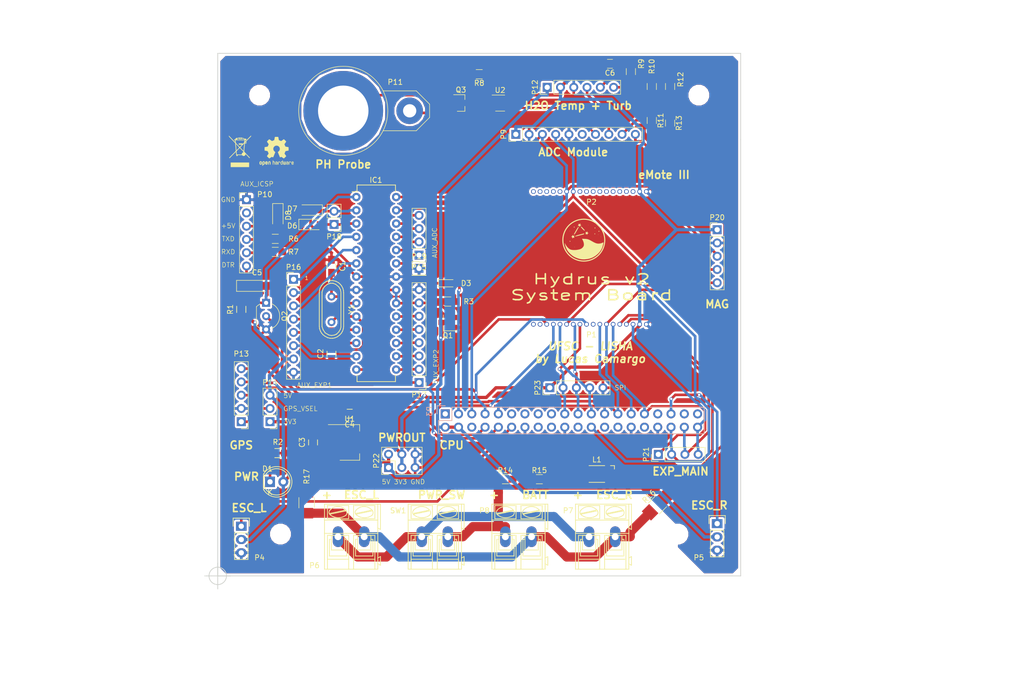
<source format=kicad_pcb>
(kicad_pcb (version 4) (host pcbnew 4.0.7-e2-6376~58~ubuntu16.04.1)
  (layers (0 F.Cu signal) (31 B.Cu signal) (34 B.Paste user) (35 F.Paste user) (36 B.SilkS user) (37 F.SilkS user) (38 B.Mask user) (39 F.Mask user) (44 Edge.Cuts user))
  (net 0 "")
  (net 1 +3V3)
  (net 2 GND)
  (net 3 spi_clk)
  (net 4 spi_cs0)
  (net 5 spi_miso)
  (net 6 spi_mosi)
  (net 7 i2c_scl)
  (net 8 i2c_sda)
  (net 9 +5V)
  (net 10 pwm_l)
  (net 11 pwm_r)
  (net 12 /PWR_BATT_SW)
  (net 13 /PWR_BATT)
  (net 14 "Net-(C1-Pad2)")
  (net 15 "Net-(C2-Pad2)")
  (net 16 "Net-(D1-Pad1)")
  (net 17 aux_icsp_dtr)
  (net 18 aux_reset_p)
  (net 19 aux_pwr)
  (net 20 "Net-(D3-Pad2)")
  (net 21 "Net-(D6-Pad2)")
  (net 22 "Net-(D7-Pad1)")
  (net 23 "Net-(D8-Pad2)")
  (net 24 aux_reset)
  (net 25 aux_icsp_txd)
  (net 26 aux_icsp_rxd)
  (net 27 "Net-(P11-Pad1)")
  (net 28 PH_BUF)
  (net 29 BATT_SENSE)
  (net 30 "Net-(L1-Pad2)")
  (net 31 GPIO0)
  (net 32 GPIO1)
  (net 33 GPIO2)
  (net 34 GPIO3)
  (net 35 GPIO4)
  (net 36 GPIO5)
  (net 37 TEMP_Vo)
  (net 38 /PH_BIAS)
  (net 39 TURB_Vo)
  (net 40 "Net-(P12-Pad6)")
  (net 41 GPS_VDD)
  (net 42 "Net-(R10-Pad2)")
  (net 43 TURB_Vo_div2)
  (net 44 GNDPWR)
  (net 45 "Net-(D6-Pad1)")
  (net 46 "Net-(D7-Pad2)")
  (net 47 "Net-(IC1-Pad4)")
  (net 48 "Net-(IC1-Pad5)")
  (net 49 "Net-(IC1-Pad6)")
  (net 50 "Net-(IC1-Pad11)")
  (net 51 "Net-(IC1-Pad12)")
  (net 52 "Net-(IC1-Pad13)")
  (net 53 "Net-(IC1-Pad14)")
  (net 54 "Net-(IC1-Pad15)")
  (net 55 "Net-(IC1-Pad16)")
  (net 56 "Net-(IC1-Pad17)")
  (net 57 "Net-(IC1-Pad18)")
  (net 58 "Net-(IC1-Pad19)")
  (net 59 "Net-(IC1-Pad23)")
  (net 60 "Net-(IC1-Pad24)")
  (net 61 "Net-(IC1-Pad25)")
  (net 62 "Net-(IC1-Pad26)")
  (net 63 GPS_Rx)
  (net 64 GPS_Tx)
  (module Mounting_Holes:MountingHole_3.2mm_M3_DIN965 (layer F.Cu) (at 89 40.5)
    (fp_text reference HOLE3 hide)
    (fp_text value MountingHole_3.2mm_M3_DIN965)
    (pad 1 np_thru_hole circle (at 0 0) (size 3.2 3.2) (drill 3.2) (layers *.Cu *.Mask))
  )
  (module Mounting_Holes:MountingHole_3.2mm_M3_DIN965 (layer F.Cu) (at 173 40.5)
    (fp_text reference HOLE4 hide)
    (fp_text value MountingHole_3.2mm_M3_DIN965)
    (pad 1 np_thru_hole circle (at 0 0) (size 3.2 3.2) (drill 3.2) (layers *.Cu *.Mask))
  )
  (module Mounting_Holes:MountingHole_3.2mm_M3_DIN965 (layer F.Cu) (at 169 124.5)
    (fp_text reference HOLE2 hide)
    (fp_text value MountingHole_3.2mm_M3_DIN965)
    (pad 1 np_thru_hole circle (at 0 0) (size 3.2 3.2) (drill 3.2) (layers *.Cu *.Mask))
  )
  (module emote3:HEADER_18x1_EMOTE (layer F.Cu) (at 152.16 84.35)
    (fp_text reference P1 (at 0.3 2) (layer F.SilkS))
    (fp_text value EMOTE3_EXP1)
    (pad 1 thru_hole circle (at -10.795 0) (size 0.9 0.9) (drill 0.6) (layers *.Cu *.Mask))
    (pad 2 thru_hole circle (at -9.525 0) (size 0.9 0.9) (drill 0.6) (layers *.Cu *.Mask))
    (pad 3 thru_hole circle (at -8.255 0) (size 0.9 0.9) (drill 0.6) (layers *.Cu *.Mask) (net 64 GPS_Tx))
    (pad 4 thru_hole circle (at -6.985 0) (size 0.9 0.9) (drill 0.6) (layers *.Cu *.Mask) (net 63 GPS_Rx))
    (pad 5 thru_hole circle (at -5.715 0) (size 0.9 0.9) (drill 0.6) (layers *.Cu *.Mask) (net 3 spi_clk))
    (pad 6 thru_hole circle (at -4.445 0) (size 0.9 0.9) (drill 0.6) (layers *.Cu *.Mask) (net 4 spi_cs0))
    (pad 7 thru_hole circle (at -3.175 0) (size 0.9 0.9) (drill 0.6) (layers *.Cu *.Mask) (net 5 spi_miso))
    (pad 8 thru_hole circle (at -1.905 0) (size 0.9 0.9) (drill 0.6) (layers *.Cu *.Mask) (net 6 spi_mosi))
    (pad 9 thru_hole circle (at -0.635 0) (size 0.9 0.9) (drill 0.6) (layers *.Cu *.Mask) (net 24 aux_reset))
    (pad 10 thru_hole circle (at 0.635 0) (size 0.9 0.9) (drill 0.6) (layers *.Cu *.Mask))
    (pad 11 thru_hole circle (at 1.905 0) (size 0.9 0.9) (drill 0.6) (layers *.Cu *.Mask) (net 31 GPIO0))
    (pad 12 thru_hole circle (at 3.175 0) (size 0.9 0.9) (drill 0.6) (layers *.Cu *.Mask) (net 32 GPIO1))
    (pad 13 thru_hole circle (at 4.445 0) (size 0.9 0.9) (drill 0.6) (layers *.Cu *.Mask) (net 33 GPIO2))
    (pad 14 thru_hole circle (at 5.715 0) (size 0.9 0.9) (drill 0.6) (layers *.Cu *.Mask) (net 34 GPIO3))
    (pad 15 thru_hole circle (at 6.985 0) (size 0.9 0.9) (drill 0.6) (layers *.Cu *.Mask) (net 35 GPIO4))
    (pad 16 thru_hole circle (at 8.255 0) (size 0.9 0.9) (drill 0.6) (layers *.Cu *.Mask) (net 36 GPIO5))
    (pad 17 thru_hole circle (at 9.525 0) (size 0.9 0.9) (drill 0.6) (layers *.Cu *.Mask) (net 1 +3V3))
    (pad 18 thru_hole circle (at 10.795 0) (size 0.9 0.9) (drill 0.6) (layers *.Cu *.Mask) (net 2 GND))
  )
  (module emote3:HEADER_18x1_EMOTE (layer F.Cu) (at 152.16 58.95)
    (fp_text reference P2 (at 0.3 2) (layer F.SilkS))
    (fp_text value EMOTE3_EXP2)
    (pad 1 thru_hole circle (at -10.795 0) (size 0.9 0.9) (drill 0.6) (layers *.Cu *.Mask))
    (pad 2 thru_hole circle (at -9.525 0) (size 0.9 0.9) (drill 0.6) (layers *.Cu *.Mask))
    (pad 3 thru_hole circle (at -8.255 0) (size 0.9 0.9) (drill 0.6) (layers *.Cu *.Mask))
    (pad 4 thru_hole circle (at -6.985 0) (size 0.9 0.9) (drill 0.6) (layers *.Cu *.Mask))
    (pad 5 thru_hole circle (at -5.715 0) (size 0.9 0.9) (drill 0.6) (layers *.Cu *.Mask))
    (pad 6 thru_hole circle (at -4.445 0) (size 0.9 0.9) (drill 0.6) (layers *.Cu *.Mask) (net 7 i2c_scl))
    (pad 7 thru_hole circle (at -3.175 0) (size 0.9 0.9) (drill 0.6) (layers *.Cu *.Mask) (net 8 i2c_sda))
    (pad 8 thru_hole circle (at -1.905 0) (size 0.9 0.9) (drill 0.6) (layers *.Cu *.Mask))
    (pad 9 thru_hole circle (at -0.635 0) (size 0.9 0.9) (drill 0.6) (layers *.Cu *.Mask))
    (pad 10 thru_hole circle (at 0.635 0) (size 0.9 0.9) (drill 0.6) (layers *.Cu *.Mask))
    (pad 11 thru_hole circle (at 1.905 0) (size 0.9 0.9) (drill 0.6) (layers *.Cu *.Mask))
    (pad 12 thru_hole circle (at 3.175 0) (size 0.9 0.9) (drill 0.6) (layers *.Cu *.Mask))
    (pad 13 thru_hole circle (at 4.445 0) (size 0.9 0.9) (drill 0.6) (layers *.Cu *.Mask))
    (pad 14 thru_hole circle (at 5.715 0) (size 0.9 0.9) (drill 0.6) (layers *.Cu *.Mask))
    (pad 15 thru_hole circle (at 6.985 0) (size 0.9 0.9) (drill 0.6) (layers *.Cu *.Mask))
    (pad 16 thru_hole circle (at 8.255 0) (size 0.9 0.9) (drill 0.6) (layers *.Cu *.Mask))
    (pad 17 thru_hole circle (at 9.525 0) (size 0.9 0.9) (drill 0.6) (layers *.Cu *.Mask) (net 1 +3V3))
    (pad 18 thru_hole circle (at 10.795 0) (size 0.9 0.9) (drill 0.6) (layers *.Cu *.Mask) (net 2 GND))
  )
  (module Pin_Headers:Pin_Header_Straight_2x20 (layer B.Cu) (at 124.5 101.5 270)
    (fp_text reference P3 (at -0.5 3 270) (layer B.SilkS) (effects (justify mirror)))
    (fp_text value rbpi)
    (pad 1 thru_hole rect (at 0 0 270) (size 1.7272 1.7272) (drill 1.016) (layers *.Cu *.Mask))
    (pad 2 thru_hole oval (at 2.54 0 270) (size 1.7272 1.7272) (drill 1.016) (layers *.Cu *.Mask) (net 9 +5V))
    (pad 3 thru_hole oval (at 0 -2.54 270) (size 1.7272 1.7272) (drill 1.016) (layers *.Cu *.Mask) (net 8 i2c_sda))
    (pad 4 thru_hole oval (at 2.54 -2.54 270) (size 1.7272 1.7272) (drill 1.016) (layers *.Cu *.Mask) (net 9 +5V))
    (pad 5 thru_hole oval (at 0 -5.08 270) (size 1.7272 1.7272) (drill 1.016) (layers *.Cu *.Mask) (net 7 i2c_scl))
    (pad 6 thru_hole oval (at 2.54 -5.08 270) (size 1.7272 1.7272) (drill 1.016) (layers *.Cu *.Mask) (net 2 GND))
    (pad 7 thru_hole oval (at 0 -7.62 270) (size 1.7272 1.7272) (drill 1.016) (layers *.Cu *.Mask) (net 24 aux_reset))
    (pad 8 thru_hole oval (at 2.54 -7.62 270) (size 1.7272 1.7272) (drill 1.016) (layers *.Cu *.Mask) (net 63 GPS_Rx))
    (pad 9 thru_hole oval (at 0 -10.16 270) (size 1.7272 1.7272) (drill 1.016) (layers *.Cu *.Mask) (net 2 GND))
    (pad 10 thru_hole oval (at 2.54 -10.16 270) (size 1.7272 1.7272) (drill 1.016) (layers *.Cu *.Mask) (net 64 GPS_Tx))
    (pad 11 thru_hole oval (at 0 -12.7 270) (size 1.7272 1.7272) (drill 1.016) (layers *.Cu *.Mask))
    (pad 12 thru_hole oval (at 2.54 -12.7 270) (size 1.7272 1.7272) (drill 1.016) (layers *.Cu *.Mask) (net 10 pwm_l))
    (pad 13 thru_hole oval (at 0 -15.24 270) (size 1.7272 1.7272) (drill 1.016) (layers *.Cu *.Mask))
    (pad 14 thru_hole oval (at 2.54 -15.24 270) (size 1.7272 1.7272) (drill 1.016) (layers *.Cu *.Mask) (net 2 GND))
    (pad 15 thru_hole oval (at 0 -17.78 270) (size 1.7272 1.7272) (drill 1.016) (layers *.Cu *.Mask))
    (pad 16 thru_hole oval (at 2.54 -17.78 270) (size 1.7272 1.7272) (drill 1.016) (layers *.Cu *.Mask))
    (pad 17 thru_hole oval (at 0 -20.32 270) (size 1.7272 1.7272) (drill 1.016) (layers *.Cu *.Mask))
    (pad 18 thru_hole oval (at 2.54 -20.32 270) (size 1.7272 1.7272) (drill 1.016) (layers *.Cu *.Mask))
    (pad 19 thru_hole oval (at 0 -22.86 270) (size 1.7272 1.7272) (drill 1.016) (layers *.Cu *.Mask) (net 6 spi_mosi))
    (pad 20 thru_hole oval (at 2.54 -22.86 270) (size 1.7272 1.7272) (drill 1.016) (layers *.Cu *.Mask) (net 2 GND))
    (pad 21 thru_hole oval (at 0 -25.4 270) (size 1.7272 1.7272) (drill 1.016) (layers *.Cu *.Mask) (net 5 spi_miso))
    (pad 22 thru_hole oval (at 2.54 -25.4 270) (size 1.7272 1.7272) (drill 1.016) (layers *.Cu *.Mask))
    (pad 23 thru_hole oval (at 0 -27.94 270) (size 1.7272 1.7272) (drill 1.016) (layers *.Cu *.Mask) (net 3 spi_clk))
    (pad 24 thru_hole oval (at 2.54 -27.94 270) (size 1.7272 1.7272) (drill 1.016) (layers *.Cu *.Mask) (net 4 spi_cs0))
    (pad 25 thru_hole oval (at 0 -30.48 270) (size 1.7272 1.7272) (drill 1.016) (layers *.Cu *.Mask) (net 2 GND))
    (pad 26 thru_hole oval (at 2.54 -30.48 270) (size 1.7272 1.7272) (drill 1.016) (layers *.Cu *.Mask))
    (pad 27 thru_hole oval (at 0 -33.02 270) (size 1.7272 1.7272) (drill 1.016) (layers *.Cu *.Mask) (net 31 GPIO0))
    (pad 28 thru_hole oval (at 2.54 -33.02 270) (size 1.7272 1.7272) (drill 1.016) (layers *.Cu *.Mask))
    (pad 29 thru_hole oval (at 0 -35.56 270) (size 1.7272 1.7272) (drill 1.016) (layers *.Cu *.Mask) (net 32 GPIO1))
    (pad 30 thru_hole oval (at 2.54 -35.56 270) (size 1.7272 1.7272) (drill 1.016) (layers *.Cu *.Mask) (net 2 GND))
    (pad 31 thru_hole oval (at 0 -38.1 270) (size 1.7272 1.7272) (drill 1.016) (layers *.Cu *.Mask) (net 33 GPIO2))
    (pad 32 thru_hole oval (at 2.54 -38.1 270) (size 1.7272 1.7272) (drill 1.016) (layers *.Cu *.Mask))
    (pad 33 thru_hole oval (at 0 -40.64 270) (size 1.7272 1.7272) (drill 1.016) (layers *.Cu *.Mask))
    (pad 34 thru_hole oval (at 2.54 -40.64 270) (size 1.7272 1.7272) (drill 1.016) (layers *.Cu *.Mask) (net 2 GND))
    (pad 35 thru_hole oval (at 0 -43.18 270) (size 1.7272 1.7272) (drill 1.016) (layers *.Cu *.Mask) (net 11 pwm_r))
    (pad 36 thru_hole oval (at 2.54 -43.18 270) (size 1.7272 1.7272) (drill 1.016) (layers *.Cu *.Mask) (net 34 GPIO3))
    (pad 37 thru_hole oval (at 0 -45.72 270) (size 1.7272 1.7272) (drill 1.016) (layers *.Cu *.Mask))
    (pad 38 thru_hole oval (at 2.54 -45.72 270) (size 1.7272 1.7272) (drill 1.016) (layers *.Cu *.Mask) (net 35 GPIO4))
    (pad 39 thru_hole oval (at 0 -48.26 270) (size 1.7272 1.7272) (drill 1.016) (layers *.Cu *.Mask) (net 2 GND))
    (pad 40 thru_hole oval (at 2.54 -48.26 270) (size 1.7272 1.7272) (drill 1.016) (layers *.Cu *.Mask) (net 36 GPIO5))
  )
  (module Pin_Headers:Pin_Header_Straight_1x03 (layer F.Cu) (at 85.5 123)
    (fp_text reference P4 (at 3.5 6) (layer F.SilkS))
    (fp_text value ESC_L)
    (pad 1 thru_hole rect (at 0 0) (size 2.032 1.7272) (drill 1.016) (layers *.Cu *.Mask) (net 10 pwm_l))
    (pad 2 thru_hole oval (at 0 2.54) (size 2.032 1.7272) (drill 1.016) (layers *.Cu *.Mask) (net 9 +5V))
    (pad 3 thru_hole oval (at 0 5.08) (size 2.032 1.7272) (drill 1.016) (layers *.Cu *.Mask) (net 2 GND))
  )
  (module Pin_Headers:Pin_Header_Straight_1x03 (layer F.Cu) (at 176.5 122.5)
    (fp_text reference P5 (at -3.5 6.5) (layer F.SilkS))
    (fp_text value ESC_R)
    (pad 1 thru_hole rect (at 0 0) (size 2.032 1.7272) (drill 1.016) (layers *.Cu *.Mask) (net 11 pwm_r))
    (pad 2 thru_hole oval (at 0 2.54) (size 2.032 1.7272) (drill 1.016) (layers *.Cu *.Mask) (net 9 +5V))
    (pad 3 thru_hole oval (at 0 5.08) (size 2.032 1.7272) (drill 1.016) (layers *.Cu *.Mask) (net 2 GND))
  )
  (module Connect:AK300-2 (layer F.Cu) (at 104 125)
    (fp_text reference P6 (at -4.5 5.5) (layer F.SilkS))
    (fp_text value ESC_L_PWR)
    (pad 1 thru_hole oval (at 0 0) (size 1.9812 3.9624) (drill 1.3208) (layers *.Cu F.Paste F.Mask) (net 12 /PWR_BATT_SW))
    (pad 2 thru_hole oval (at 5 0) (size 1.9812 3.9624) (drill 1.3208) (layers *.Cu F.Paste F.Mask) (net 44 GNDPWR))
  )
  (module Connect:AK300-2 (layer F.Cu) (at 152 125)
    (fp_text reference P7 (at -4 -5) (layer F.SilkS))
    (fp_text value ESC_R_PWR)
    (pad 1 thru_hole oval (at 0 0) (size 1.9812 3.9624) (drill 1.3208) (layers *.Cu F.Paste F.Mask) (net 12 /PWR_BATT_SW))
    (pad 2 thru_hole oval (at 5 0) (size 1.9812 3.9624) (drill 1.3208) (layers *.Cu F.Paste F.Mask) (net 44 GNDPWR))
  )
  (module Connect:AK300-2 (layer F.Cu) (at 136 125)
    (fp_text reference P8 (at -4 -5 180) (layer F.SilkS))
    (fp_text value BATT)
    (pad 1 thru_hole oval (at 0 0) (size 1.9812 3.9624) (drill 1.3208) (layers *.Cu F.Paste F.Mask) (net 13 /PWR_BATT))
    (pad 2 thru_hole oval (at 5 0) (size 1.9812 3.9624) (drill 1.3208) (layers *.Cu F.Paste F.Mask) (net 44 GNDPWR))
  )
  (module Connect:AK300-2 (layer F.Cu) (at 120 125)
    (fp_text reference SW1 (at -4.5 -5) (layer F.SilkS))
    (fp_text value PWR_SW)
    (pad 1 thru_hole oval (at 0 0) (size 1.9812 3.9624) (drill 1.3208) (layers *.Cu F.Paste F.Mask) (net 12 /PWR_BATT_SW))
    (pad 2 thru_hole oval (at 5 0) (size 1.9812 3.9624) (drill 1.3208) (layers *.Cu F.Paste F.Mask) (net 13 /PWR_BATT))
  )
  (module Capacitors_SMD:C_0805_HandSoldering (layer F.Cu) (at 102.75 73.25 270)
    (fp_text reference C1 (at 0 -2.1 270) (layer F.SilkS))
    (fp_text value 22pF)
    (pad 1 smd rect (at -1.25 0 270) (size 1.5 1.25) (layers F.Cu F.Paste F.Mask) (net 2 GND))
    (pad 2 smd rect (at 1.25 0 270) (size 1.5 1.25) (layers F.Cu F.Paste F.Mask) (net 14 "Net-(C1-Pad2)"))
  )
  (module Capacitors_SMD:C_0805_HandSoldering (layer F.Cu) (at 102.75 90 90)
    (fp_text reference C2 (at 0 -2.1 90) (layer F.SilkS))
    (fp_text value 22pF)
    (pad 1 smd rect (at -1.25 0 90) (size 1.5 1.25) (layers F.Cu F.Paste F.Mask) (net 2 GND))
    (pad 2 smd rect (at 1.25 0 90) (size 1.5 1.25) (layers F.Cu F.Paste F.Mask) (net 15 "Net-(C2-Pad2)"))
  )
  (module Resistors_SMD:R_0805_HandSoldering (layer F.Cu) (at 85.5 81.5 90)
    (fp_text reference R1 (at 0 -2.1 90) (layer F.SilkS))
    (fp_text value 10K)
    (pad 1 smd rect (at -1.35 0 90) (size 1.5 1.3) (layers F.Cu F.Paste F.Mask) (net 9 +5V))
    (pad 2 smd rect (at 1.35 0 90) (size 1.5 1.3) (layers F.Cu F.Paste F.Mask) (net 18 aux_reset_p))
  )
  (module Crystals:Crystal_HC49-U_Vertical (layer F.Cu) (at 102.75 81.5 270)
    (fp_text reference Y1 (at 0 -3.81 270) (layer F.SilkS))
    (fp_text value XT_AUX_16M)
    (pad 1 thru_hole circle (at -2.44094 0 270) (size 1.50114 1.50114) (drill 0.8001) (layers *.Cu *.Mask) (net 14 "Net-(C1-Pad2)"))
    (pad 2 thru_hole circle (at 2.44094 0 270) (size 1.50114 1.50114) (drill 0.8001) (layers *.Cu *.Mask) (net 15 "Net-(C2-Pad2)"))
  )
  (module Housings_DIP:DIP-28_W7.62mm (layer F.Cu) (at 107.5 60)
    (fp_text reference IC1 (at 3.75 -3.25) (layer F.SilkS))
    (fp_text value ATMEGA328-P)
    (pad 1 thru_hole oval (at 0 0) (size 1.6 1.6) (drill 0.8) (layers *.Cu *.Mask) (net 18 aux_reset_p))
    (pad 2 thru_hole oval (at 0 2.54) (size 1.6 1.6) (drill 0.8) (layers *.Cu *.Mask) (net 45 "Net-(D6-Pad1)"))
    (pad 3 thru_hole oval (at 0 5.08) (size 1.6 1.6) (drill 0.8) (layers *.Cu *.Mask) (net 46 "Net-(D7-Pad2)"))
    (pad 4 thru_hole oval (at 0 7.62) (size 1.6 1.6) (drill 0.8) (layers *.Cu *.Mask) (net 47 "Net-(IC1-Pad4)"))
    (pad 5 thru_hole oval (at 0 10.16) (size 1.6 1.6) (drill 0.8) (layers *.Cu *.Mask) (net 48 "Net-(IC1-Pad5)"))
    (pad 6 thru_hole oval (at 0 12.7) (size 1.6 1.6) (drill 0.8) (layers *.Cu *.Mask) (net 49 "Net-(IC1-Pad6)"))
    (pad 7 thru_hole oval (at 0 15.24) (size 1.6 1.6) (drill 0.8) (layers *.Cu *.Mask) (net 19 aux_pwr))
    (pad 8 thru_hole oval (at 0 17.78) (size 1.6 1.6) (drill 0.8) (layers *.Cu *.Mask) (net 2 GND))
    (pad 9 thru_hole oval (at 0 20.32) (size 1.6 1.6) (drill 0.8) (layers *.Cu *.Mask) (net 14 "Net-(C1-Pad2)"))
    (pad 10 thru_hole oval (at 0 22.86) (size 1.6 1.6) (drill 0.8) (layers *.Cu *.Mask) (net 15 "Net-(C2-Pad2)"))
    (pad 11 thru_hole oval (at 0 25.4) (size 1.6 1.6) (drill 0.8) (layers *.Cu *.Mask) (net 50 "Net-(IC1-Pad11)"))
    (pad 12 thru_hole oval (at 0 27.94) (size 1.6 1.6) (drill 0.8) (layers *.Cu *.Mask) (net 51 "Net-(IC1-Pad12)"))
    (pad 13 thru_hole oval (at 0 30.48) (size 1.6 1.6) (drill 0.8) (layers *.Cu *.Mask) (net 52 "Net-(IC1-Pad13)"))
    (pad 14 thru_hole oval (at 0 33.02) (size 1.6 1.6) (drill 0.8) (layers *.Cu *.Mask) (net 53 "Net-(IC1-Pad14)"))
    (pad 15 thru_hole oval (at 7.62 33.02) (size 1.6 1.6) (drill 0.8) (layers *.Cu *.Mask) (net 54 "Net-(IC1-Pad15)"))
    (pad 16 thru_hole oval (at 7.62 30.48) (size 1.6 1.6) (drill 0.8) (layers *.Cu *.Mask) (net 55 "Net-(IC1-Pad16)"))
    (pad 17 thru_hole oval (at 7.62 27.94) (size 1.6 1.6) (drill 0.8) (layers *.Cu *.Mask) (net 56 "Net-(IC1-Pad17)"))
    (pad 18 thru_hole oval (at 7.62 25.4) (size 1.6 1.6) (drill 0.8) (layers *.Cu *.Mask) (net 57 "Net-(IC1-Pad18)"))
    (pad 19 thru_hole oval (at 7.62 22.86) (size 1.6 1.6) (drill 0.8) (layers *.Cu *.Mask) (net 58 "Net-(IC1-Pad19)"))
    (pad 20 thru_hole oval (at 7.62 20.32) (size 1.6 1.6) (drill 0.8) (layers *.Cu *.Mask) (net 19 aux_pwr))
    (pad 21 thru_hole oval (at 7.62 17.78) (size 1.6 1.6) (drill 0.8) (layers *.Cu *.Mask) (net 19 aux_pwr))
    (pad 22 thru_hole oval (at 7.62 15.24) (size 1.6 1.6) (drill 0.8) (layers *.Cu *.Mask) (net 2 GND))
    (pad 23 thru_hole oval (at 7.62 12.7) (size 1.6 1.6) (drill 0.8) (layers *.Cu *.Mask) (net 59 "Net-(IC1-Pad23)"))
    (pad 24 thru_hole oval (at 7.62 10.16) (size 1.6 1.6) (drill 0.8) (layers *.Cu *.Mask) (net 60 "Net-(IC1-Pad24)"))
    (pad 25 thru_hole oval (at 7.62 7.62) (size 1.6 1.6) (drill 0.8) (layers *.Cu *.Mask) (net 61 "Net-(IC1-Pad25)"))
    (pad 26 thru_hole oval (at 7.62 5.08) (size 1.6 1.6) (drill 0.8) (layers *.Cu *.Mask) (net 62 "Net-(IC1-Pad26)"))
    (pad 27 thru_hole oval (at 7.62 2.54) (size 1.6 1.6) (drill 0.8) (layers *.Cu *.Mask) (net 8 i2c_sda))
    (pad 28 thru_hole oval (at 7.62 0) (size 1.6 1.6) (drill 0.8) (layers *.Cu *.Mask) (net 7 i2c_scl))
  )
  (module LEDs:LED-5MM (layer F.Cu) (at 91 114.5)
    (fp_text reference D1 (at -0.5 -2.5) (layer F.SilkS))
    (fp_text value LED)
    (fp_text user K (at 0 2) (layer F.SilkS))
    (pad 1 thru_hole rect (at 0 0 90) (size 2 1.9) (drill 1.00076) (layers *.Cu *.Mask) (net 16 "Net-(D1-Pad1)"))
    (pad 2 thru_hole circle (at 2.54 0) (size 1.9 1.9) (drill 1.00076) (layers *.Cu *.Mask) (net 9 +5V))
  )
  (module Resistors_SMD:R_0805_HandSoldering (layer F.Cu) (at 92.5 109)
    (fp_text reference R2 (at 0 -2.1) (layer F.SilkS))
    (fp_text value 1K)
    (pad 1 smd rect (at -1.35 0) (size 1.5 1.3) (layers F.Cu F.Paste F.Mask) (net 16 "Net-(D1-Pad1)"))
    (pad 2 smd rect (at 1.35 0) (size 1.5 1.3) (layers F.Cu F.Paste F.Mask) (net 2 GND))
  )
  (module Capacitors_SMD:C_0805_HandSoldering (layer F.Cu) (at 99.23 106.96 90)
    (fp_text reference C3 (at 0 -2.1 90) (layer F.SilkS))
    (fp_text value 0.47uf)
    (pad 1 smd rect (at -1.25 0 90) (size 1.5 1.25) (layers F.Cu F.Paste F.Mask) (net 9 +5V))
    (pad 2 smd rect (at 1.25 0 90) (size 1.5 1.25) (layers F.Cu F.Paste F.Mask) (net 2 GND))
  )
  (module Capacitors_SMD:C_0805_HandSoldering (layer F.Cu) (at 106.23 101.46 180)
    (fp_text reference C4 (at 0 -2.1 180) (layer F.SilkS))
    (fp_text value 66uf)
    (pad 1 smd rect (at -1.25 0 180) (size 1.5 1.25) (layers F.Cu F.Paste F.Mask) (net 1 +3V3))
    (pad 2 smd rect (at 1.25 0 180) (size 1.5 1.25) (layers F.Cu F.Paste F.Mask) (net 2 GND))
  )
  (module Capacitors_Tantalum_SMD:CP_Tantalum_Case-S_EIA-3216-12_Hand (layer F.Cu) (at 88.5 77)
    (fp_text reference C5 (at 0 -2.55) (layer F.SilkS))
    (fp_text value 10uF)
    (pad 1 smd rect (at -2 0) (size 3.2 1.5) (layers F.Cu F.Paste F.Mask) (net 17 aux_icsp_dtr))
    (pad 2 smd rect (at 2 0) (size 3.2 1.5) (layers F.Cu F.Paste F.Mask) (net 18 aux_reset_p))
  )
  (module LEDs:LED_0805 (layer F.Cu) (at 125 76.5)
    (fp_text reference D3 (at 3.5 0) (layer F.SilkS))
    (fp_text value L_AUX_P)
    (pad 2 smd rect (at 1.1 0 180) (size 1.2 1.2) (layers F.Cu F.Paste F.Mask) (net 20 "Net-(D3-Pad2)"))
    (pad 1 smd rect (at -1.1 0 180) (size 1.2 1.2) (layers F.Cu F.Paste F.Mask) (net 2 GND))
  )
  (module Pin_Headers:Pin_Header_Straight_1x06_Pitch2.54mm (layer F.Cu) (at 86.5 60.5)
    (fp_text reference P10 (at 3.5 -1) (layer F.SilkS))
    (fp_text value AUX_ICSP_SERIAL)
    (pad 1 thru_hole rect (at 0 0) (size 1.7 1.7) (drill 1) (layers *.Cu *.Mask) (net 2 GND))
    (pad 2 thru_hole oval (at 0 2.54) (size 1.7 1.7) (drill 1) (layers *.Cu *.Mask))
    (pad 3 thru_hole oval (at 0 5.08) (size 1.7 1.7) (drill 1) (layers *.Cu *.Mask) (net 23 "Net-(D8-Pad2)"))
    (pad 4 thru_hole oval (at 0 7.62) (size 1.7 1.7) (drill 1) (layers *.Cu *.Mask) (net 25 aux_icsp_txd))
    (pad 5 thru_hole oval (at 0 10.16) (size 1.7 1.7) (drill 1) (layers *.Cu *.Mask) (net 26 aux_icsp_rxd))
    (pad 6 thru_hole oval (at 0 12.7) (size 1.7 1.7) (drill 1) (layers *.Cu *.Mask) (net 17 aux_icsp_dtr))
  )
  (module Connect:BNC (layer F.Cu) (at 117.7 43.5)
    (fp_text reference P11 (at -2.75 -5.5) (layer F.SilkS))
    (fp_text value PH_IN)
    (pad 2 thru_hole circle (at -12.7 0) (size 15.24 15.24) (drill 9.65) (layers *.Cu *.Mask) (net 38 /PH_BIAS))
    (pad 1 thru_hole circle (at 0 0) (size 5.08 5.08) (drill 2.54) (layers *.Cu *.Mask) (net 27 "Net-(P11-Pad1)"))
  )
  (module TO_SOT_Packages_THT:TO-92_Inline_Wide (layer F.Cu) (at 90.25 80.25 270)
    (fp_text reference Q2 (at 2.54 -3.56 450) (layer F.SilkS))
    (fp_text value BC547)
    (pad 2 thru_hole circle (at 2.54 0) (size 1.52 1.52) (drill 0.8) (layers *.Cu *.Mask) (net 24 aux_reset))
    (pad 3 thru_hole circle (at 5.08 0) (size 1.52 1.52) (drill 0.8) (layers *.Cu *.Mask) (net 2 GND))
    (pad 1 thru_hole rect (at 0 0) (size 1.52 1.52) (drill 0.8) (layers *.Cu *.Mask) (net 18 aux_reset_p))
  )
  (module TO_SOT_Packages_SMD:SOT-23 (layer F.Cu) (at 127.5 42)
    (fp_text reference Q3 (at 0 -2.5) (layer F.SilkS))
    (fp_text value ADR1581)
    (pad 1 smd rect (at -1 -0.95) (size 0.9 0.8) (layers F.Cu F.Paste F.Mask) (net 38 /PH_BIAS))
    (pad 2 smd rect (at -1 0.95) (size 0.9 0.8) (layers F.Cu F.Paste F.Mask) (net 2 GND))
    (pad 3 smd rect (at 1 0) (size 0.9 0.8) (layers F.Cu F.Paste F.Mask))
  )
  (module Resistors_SMD:R_0805_HandSoldering (layer F.Cu) (at 125 80)
    (fp_text reference R3 (at 4 0) (layer F.SilkS))
    (fp_text value 300R)
    (pad 1 smd rect (at -1.35 0) (size 1.5 1.3) (layers F.Cu F.Paste F.Mask) (net 19 aux_pwr))
    (pad 2 smd rect (at 1.35 0) (size 1.5 1.3) (layers F.Cu F.Paste F.Mask) (net 20 "Net-(D3-Pad2)"))
  )
  (module Resistors_SMD:R_0805_HandSoldering (layer F.Cu) (at 92 68)
    (fp_text reference R6 (at 3.5 0) (layer F.SilkS))
    (fp_text value 1k)
    (pad 1 smd rect (at -1.35 0) (size 1.5 1.3) (layers F.Cu F.Paste F.Mask) (net 25 aux_icsp_txd))
    (pad 2 smd rect (at 1.35 0) (size 1.5 1.3) (layers F.Cu F.Paste F.Mask) (net 21 "Net-(D6-Pad2)"))
  )
  (module Resistors_SMD:R_0805_HandSoldering (layer F.Cu) (at 92 70.5)
    (fp_text reference R7 (at 3.5 0) (layer F.SilkS))
    (fp_text value 1k)
    (pad 1 smd rect (at -1.35 0) (size 1.5 1.3) (layers F.Cu F.Paste F.Mask) (net 26 aux_icsp_rxd))
    (pad 2 smd rect (at 1.35 0) (size 1.5 1.3) (layers F.Cu F.Paste F.Mask) (net 22 "Net-(D7-Pad1)"))
  )
  (module Resistors_SMD:R_0805_HandSoldering (layer F.Cu) (at 131 36.5 180)
    (fp_text reference R8 (at 0 -1.7 180) (layer F.SilkS))
    (fp_text value 1.5k)
    (pad 1 smd rect (at -1.35 0 180) (size 1.5 1.3) (layers F.Cu F.Paste F.Mask) (net 1 +3V3))
    (pad 2 smd rect (at 1.35 0 180) (size 1.5 1.3) (layers F.Cu F.Paste F.Mask) (net 38 /PH_BIAS))
  )
  (module TO_SOT_Packages_SMD:SOT-223-3Lead_TabPin2 (layer F.Cu) (at 106.23 106.96)
    (fp_text reference U1 (at 0 -4.5) (layer F.SilkS))
    (fp_text value LM3940)
    (pad 2 smd rect (at 3.15 0) (size 2 3.8) (layers F.Cu F.Paste F.Mask) (net 1 +3V3))
    (pad 2 smd rect (at -3.15 0) (size 2 1.5) (layers F.Cu F.Paste F.Mask) (net 1 +3V3))
    (pad 3 smd rect (at -3.15 2.3) (size 2 1.5) (layers F.Cu F.Paste F.Mask) (net 9 +5V))
    (pad 1 smd rect (at -3.15 -2.3) (size 2 1.5) (layers F.Cu F.Paste F.Mask) (net 2 GND))
  )
  (module TO_SOT_Packages_SMD:TSOT-23-5_HandSoldering (layer F.Cu) (at 135 42)
    (fp_text reference U2 (at 0 -2.45) (layer F.SilkS))
    (fp_text value AD8603)
    (pad 1 smd rect (at -1.71 -0.95) (size 2 0.65) (layers F.Cu F.Paste F.Mask) (net 28 PH_BUF))
    (pad 2 smd rect (at -1.71 0) (size 2 0.65) (layers F.Cu F.Paste F.Mask) (net 2 GND))
    (pad 3 smd rect (at -1.71 0.95) (size 2 0.65) (layers F.Cu F.Paste F.Mask) (net 27 "Net-(P11-Pad1)"))
    (pad 4 smd rect (at 1.71 0.95) (size 2 0.65) (layers F.Cu F.Paste F.Mask) (net 28 PH_BUF))
    (pad 5 smd rect (at 1.71 -0.95) (size 2 0.65) (layers F.Cu F.Paste F.Mask) (net 1 +3V3))
  )
  (module Capacitors_SMD:C_0805_HandSoldering (layer F.Cu) (at 156 34.5 180)
    (fp_text reference C6 (at 0 -1.75 180) (layer F.SilkS))
    (fp_text value .1u)
    (pad 1 smd rect (at -1.25 0 180) (size 1.5 1.25) (layers F.Cu F.Paste F.Mask) (net 2 GND))
    (pad 2 smd rect (at 1.25 0 180) (size 1.5 1.25) (layers F.Cu F.Paste F.Mask) (net 1 +3V3))
  )
  (module Inductors:Inductor_1212 (layer F.Cu) (at 153.5 113 180)
    (fp_text reference L1 (at 0 2.75 180) (layer F.SilkS))
    (fp_text value 1mH)
    (pad 1 smd rect (at -1.75 0 180) (size 2.5 2.5) (layers F.Cu F.Paste F.Mask) (net 29 BATT_SENSE))
    (pad 2 smd rect (at 1.75 0 180) (size 2.5 2.5) (layers F.Cu F.Paste F.Mask) (net 30 "Net-(L1-Pad2)"))
  )
  (module Pin_Headers:Pin_Header_Straight_1x10_Pitch2.54mm (layer F.Cu) (at 138 48 90)
    (fp_text reference P9 (at 0 -2.33 90) (layer F.SilkS))
    (fp_text value ADC_MODULE)
    (pad 1 thru_hole rect (at 0 0 90) (size 1.7 1.7) (drill 1) (layers *.Cu *.Mask) (net 1 +3V3))
    (pad 2 thru_hole oval (at 0 2.54 90) (size 1.7 1.7) (drill 1) (layers *.Cu *.Mask) (net 2 GND))
    (pad 3 thru_hole oval (at 0 5.08 90) (size 1.7 1.7) (drill 1) (layers *.Cu *.Mask) (net 7 i2c_scl))
    (pad 4 thru_hole oval (at 0 7.62 90) (size 1.7 1.7) (drill 1) (layers *.Cu *.Mask) (net 8 i2c_sda))
    (pad 5 thru_hole oval (at 0 10.16 90) (size 1.7 1.7) (drill 1) (layers *.Cu *.Mask) (net 2 GND))
    (pad 6 thru_hole oval (at 0 12.7 90) (size 1.7 1.7) (drill 1) (layers *.Cu *.Mask))
    (pad 7 thru_hole oval (at 0 15.24 90) (size 1.7 1.7) (drill 1) (layers *.Cu *.Mask) (net 28 PH_BUF))
    (pad 8 thru_hole oval (at 0 17.78 90) (size 1.7 1.7) (drill 1) (layers *.Cu *.Mask) (net 37 TEMP_Vo))
    (pad 9 thru_hole oval (at 0 20.32 90) (size 1.7 1.7) (drill 1) (layers *.Cu *.Mask) (net 43 TURB_Vo_div2))
    (pad 10 thru_hole oval (at 0 22.86 90) (size 1.7 1.7) (drill 1) (layers *.Cu *.Mask) (net 29 BATT_SENSE))
  )
  (module Pin_Headers:Pin_Header_Straight_1x06_Pitch2.54mm (layer F.Cu) (at 144 39 90)
    (fp_text reference P12 (at 0 -2.33 90) (layer F.SilkS))
    (fp_text value H2O_temp_turb)
    (pad 1 thru_hole rect (at 0 0 90) (size 1.7 1.7) (drill 1) (layers *.Cu *.Mask) (net 9 +5V))
    (pad 2 thru_hole oval (at 0 2.54 90) (size 1.7 1.7) (drill 1) (layers *.Cu *.Mask) (net 1 +3V3))
    (pad 3 thru_hole oval (at 0 5.08 90) (size 1.7 1.7) (drill 1) (layers *.Cu *.Mask) (net 2 GND))
    (pad 4 thru_hole oval (at 0 7.62 90) (size 1.7 1.7) (drill 1) (layers *.Cu *.Mask) (net 37 TEMP_Vo))
    (pad 5 thru_hole oval (at 0 10.16 90) (size 1.7 1.7) (drill 1) (layers *.Cu *.Mask) (net 39 TURB_Vo))
    (pad 6 thru_hole oval (at 0 12.7 90) (size 1.7 1.7) (drill 1) (layers *.Cu *.Mask) (net 40 "Net-(P12-Pad6)"))
  )
  (module Pin_Headers:Pin_Header_Straight_1x05_Pitch2.54mm (layer F.Cu) (at 85.5 103 180)
    (fp_text reference P13 (at 0 13 180) (layer F.SilkS))
    (fp_text value GPS_module)
    (pad 1 thru_hole rect (at 0 0 180) (size 1.7 1.7) (drill 1) (layers *.Cu *.Mask) (net 41 GPS_VDD))
    (pad 2 thru_hole oval (at 0 2.54 180) (size 1.7 1.7) (drill 1) (layers *.Cu *.Mask) (net 2 GND))
    (pad 3 thru_hole oval (at 0 5.08 180) (size 1.7 1.7) (drill 1) (layers *.Cu *.Mask) (net 63 GPS_Rx))
    (pad 4 thru_hole oval (at 0 7.62 180) (size 1.7 1.7) (drill 1) (layers *.Cu *.Mask) (net 64 GPS_Tx))
    (pad 5 thru_hole oval (at 0 10.16 180) (size 1.7 1.7) (drill 1) (layers *.Cu *.Mask) (net 31 GPIO0))
  )
  (module Pin_Headers:Pin_Header_Straight_1x03_Pitch2.54mm (layer F.Cu) (at 91 103 180)
    (fp_text reference P14 (at 0 7.5 180) (layer F.SilkS))
    (fp_text value GPS_VDD_sel)
    (pad 1 thru_hole rect (at 0 0 180) (size 1.7 1.7) (drill 1) (layers *.Cu *.Mask) (net 1 +3V3))
    (pad 2 thru_hole oval (at 0 2.54 180) (size 1.7 1.7) (drill 1) (layers *.Cu *.Mask) (net 41 GPS_VDD))
    (pad 3 thru_hole oval (at 0 5.08 180) (size 1.7 1.7) (drill 1) (layers *.Cu *.Mask) (net 9 +5V))
  )
  (module Resistors_SMD:R_0805_HandSoldering (layer F.Cu) (at 160 36 90)
    (fp_text reference R9 (at 1.5 2 90) (layer F.SilkS))
    (fp_text value 470R)
    (pad 1 smd rect (at -1.35 0 90) (size 1.5 1.3) (layers F.Cu F.Paste F.Mask) (net 40 "Net-(P12-Pad6)"))
    (pad 2 smd rect (at 1.35 0 90) (size 1.5 1.3) (layers F.Cu F.Paste F.Mask) (net 2 GND))
  )
  (module Resistors_SMD:R_0805_HandSoldering (layer F.Cu) (at 164 38.85 270)
    (fp_text reference R10 (at -3.85 0 270) (layer F.SilkS))
    (fp_text value 4.7k)
    (pad 1 smd rect (at -1.35 0 270) (size 1.5 1.3) (layers F.Cu F.Paste F.Mask) (net 39 TURB_Vo))
    (pad 2 smd rect (at 1.35 0 270) (size 1.5 1.3) (layers F.Cu F.Paste F.Mask) (net 42 "Net-(R10-Pad2)"))
  )
  (module Resistors_SMD:R_0805_HandSoldering (layer F.Cu) (at 164 45.35 270)
    (fp_text reference R11 (at 0 -1.7 270) (layer F.SilkS))
    (fp_text value 4.7k)
    (pad 1 smd rect (at -1.35 0 270) (size 1.5 1.3) (layers F.Cu F.Paste F.Mask) (net 42 "Net-(R10-Pad2)"))
    (pad 2 smd rect (at 1.35 0 270) (size 1.5 1.3) (layers F.Cu F.Paste F.Mask) (net 2 GND))
  )
  (module Resistors_SMD:R_0805_HandSoldering (layer F.Cu) (at 167.5 38.85 270)
    (fp_text reference R12 (at -1.35 -2 270) (layer F.SilkS))
    (fp_text value 4.7k)
    (pad 1 smd rect (at -1.35 0 270) (size 1.5 1.3) (layers F.Cu F.Paste F.Mask) (net 39 TURB_Vo))
    (pad 2 smd rect (at 1.35 0 270) (size 1.5 1.3) (layers F.Cu F.Paste F.Mask) (net 43 TURB_Vo_div2))
  )
  (module Resistors_SMD:R_0805_HandSoldering (layer F.Cu) (at 167.5 45.85 270)
    (fp_text reference R13 (at 0 -1.7 270) (layer F.SilkS))
    (fp_text value 4.7k)
    (pad 1 smd rect (at -1.35 0 270) (size 1.5 1.3) (layers F.Cu F.Paste F.Mask) (net 43 TURB_Vo_div2))
    (pad 2 smd rect (at 1.35 0 270) (size 1.5 1.3) (layers F.Cu F.Paste F.Mask) (net 2 GND))
  )
  (module Resistors_SMD:R_0805_HandSoldering (layer F.Cu) (at 136 114)
    (fp_text reference R14 (at 0 -1.7) (layer F.SilkS))
    (fp_text value 47k)
    (pad 1 smd rect (at -1.35 0) (size 1.5 1.3) (layers F.Cu F.Paste F.Mask) (net 13 /PWR_BATT))
    (pad 2 smd rect (at 1.35 0) (size 1.5 1.3) (layers F.Cu F.Paste F.Mask) (net 30 "Net-(L1-Pad2)"))
  )
  (module Resistors_SMD:R_0805_HandSoldering (layer F.Cu) (at 142.5 114)
    (fp_text reference R15 (at 0 -1.7) (layer F.SilkS))
    (fp_text value 6.4k)
    (pad 1 smd rect (at -1.35 0) (size 1.5 1.3) (layers F.Cu F.Paste F.Mask) (net 30 "Net-(L1-Pad2)"))
    (pad 2 smd rect (at 1.35 0) (size 1.5 1.3) (layers F.Cu F.Paste F.Mask) (net 2 GND))
  )
  (module Diodes_SMD:D_SOD-123 (layer F.Cu) (at 98.75 62.5 180)
    (fp_text reference D6 (at 3.5 -3 180) (layer F.SilkS))
    (fp_text value D)
    (pad 1 smd rect (at -1.65 0 180) (size 0.9 1.2) (layers F.Cu F.Paste F.Mask) (net 45 "Net-(D6-Pad1)"))
    (pad 2 smd rect (at 1.65 0 180) (size 0.9 1.2) (layers F.Cu F.Paste F.Mask) (net 21 "Net-(D6-Pad2)"))
  )
  (module Diodes_SMD:D_SOD-123 (layer F.Cu) (at 98.75 65.25)
    (fp_text reference D7 (at -3.5 -3) (layer F.SilkS))
    (fp_text value D)
    (pad 1 smd rect (at -1.65 0) (size 0.9 1.2) (layers F.Cu F.Paste F.Mask) (net 22 "Net-(D7-Pad1)"))
    (pad 2 smd rect (at 1.65 0) (size 0.9 1.2) (layers F.Cu F.Paste F.Mask) (net 46 "Net-(D7-Pad2)"))
  )
  (module Diodes_SMD:D_SOD-123 (layer F.Cu) (at 92.5 63.5 270)
    (fp_text reference D8 (at 0 -2 270) (layer F.SilkS))
    (fp_text value D)
    (pad 1 smd rect (at -1.65 0 270) (size 0.9 1.2) (layers F.Cu F.Paste F.Mask) (net 19 aux_pwr))
    (pad 2 smd rect (at 1.65 0 270) (size 0.9 1.2) (layers F.Cu F.Paste F.Mask) (net 23 "Net-(D8-Pad2)"))
  )
  (module Resistors_SMD:R_1210_HandSoldering (layer F.Cu) (at 165.086 118.914 45)
    (fp_text reference R16 (at 0 -2.3 45) (layer F.SilkS))
    (fp_text value 0R)
    (pad 1 smd rect (at -2 0 45) (size 2 2.5) (layers F.Cu F.Paste F.Mask) (net 44 GNDPWR))
    (pad 2 smd rect (at 2 0 45) (size 2 2.5) (layers F.Cu F.Paste F.Mask) (net 2 GND))
  )
  (module Resistors_SMD:R_1210_HandSoldering (layer F.Cu) (at 98 118.5 90)
    (fp_text reference R17 (at 5 0 90) (layer F.SilkS))
    (fp_text value 0R)
    (pad 1 smd rect (at -2 0 90) (size 2 2.5) (layers F.Cu F.Paste F.Mask) (net 44 GNDPWR))
    (pad 2 smd rect (at 2 0 90) (size 2 2.5) (layers F.Cu F.Paste F.Mask) (net 2 GND))
  )
  (module Pin_Headers:Pin_Header_Straight_1x04_Pitch2.54mm (layer F.Cu) (at 119.495 71.12 180)
    (fp_text reference P15 (at 0 -2.33 180) (layer F.SilkS))
    (fp_text value AUX_ADC)
    (pad 1 thru_hole rect (at 0 0 180) (size 1.7 1.7) (drill 1) (layers *.Cu *.Mask) (net 59 "Net-(IC1-Pad23)"))
    (pad 2 thru_hole oval (at 0 2.54 180) (size 1.7 1.7) (drill 1) (layers *.Cu *.Mask) (net 60 "Net-(IC1-Pad24)"))
    (pad 3 thru_hole oval (at 0 5.08 180) (size 1.7 1.7) (drill 1) (layers *.Cu *.Mask) (net 61 "Net-(IC1-Pad25)"))
    (pad 4 thru_hole oval (at 0 7.62 180) (size 1.7 1.7) (drill 1) (layers *.Cu *.Mask) (net 62 "Net-(IC1-Pad26)"))
  )
  (module Pin_Headers:Pin_Header_Straight_1x08_Pitch2.54mm (layer F.Cu) (at 95.5 75.75)
    (fp_text reference P16 (at 0 -2.33) (layer F.SilkS))
    (fp_text value AUX_P2)
    (pad 1 thru_hole rect (at 0 0) (size 1.7 1.7) (drill 1) (layers *.Cu *.Mask) (net 47 "Net-(IC1-Pad4)"))
    (pad 2 thru_hole oval (at 0 2.54) (size 1.7 1.7) (drill 1) (layers *.Cu *.Mask) (net 48 "Net-(IC1-Pad5)"))
    (pad 3 thru_hole oval (at 0 5.08) (size 1.7 1.7) (drill 1) (layers *.Cu *.Mask) (net 49 "Net-(IC1-Pad6)"))
    (pad 4 thru_hole oval (at 0 7.62) (size 1.7 1.7) (drill 1) (layers *.Cu *.Mask) (net 50 "Net-(IC1-Pad11)"))
    (pad 5 thru_hole oval (at 0 10.16) (size 1.7 1.7) (drill 1) (layers *.Cu *.Mask) (net 51 "Net-(IC1-Pad12)"))
    (pad 6 thru_hole oval (at 0 12.7) (size 1.7 1.7) (drill 1) (layers *.Cu *.Mask) (net 52 "Net-(IC1-Pad13)"))
    (pad 7 thru_hole oval (at 0 15.24) (size 1.7 1.7) (drill 1) (layers *.Cu *.Mask) (net 9 +5V))
    (pad 8 thru_hole oval (at 0 17.78) (size 1.7 1.7) (drill 1) (layers *.Cu *.Mask) (net 2 GND))
  )
  (module Pin_Headers:Pin_Header_Straight_1x08_Pitch2.54mm (layer F.Cu) (at 119.5 95.5 180)
    (fp_text reference P17 (at 0 -2.33 180) (layer F.SilkS))
    (fp_text value AUX_P1)
    (pad 1 thru_hole rect (at 0 0 180) (size 1.7 1.7) (drill 1) (layers *.Cu *.Mask) (net 53 "Net-(IC1-Pad14)"))
    (pad 2 thru_hole oval (at 0 2.54 180) (size 1.7 1.7) (drill 1) (layers *.Cu *.Mask) (net 54 "Net-(IC1-Pad15)"))
    (pad 3 thru_hole oval (at 0 5.08 180) (size 1.7 1.7) (drill 1) (layers *.Cu *.Mask) (net 55 "Net-(IC1-Pad16)"))
    (pad 4 thru_hole oval (at 0 7.62 180) (size 1.7 1.7) (drill 1) (layers *.Cu *.Mask) (net 56 "Net-(IC1-Pad17)"))
    (pad 5 thru_hole oval (at 0 10.16 180) (size 1.7 1.7) (drill 1) (layers *.Cu *.Mask) (net 57 "Net-(IC1-Pad18)"))
    (pad 6 thru_hole oval (at 0 12.7 180) (size 1.7 1.7) (drill 1) (layers *.Cu *.Mask) (net 58 "Net-(IC1-Pad19)"))
    (pad 7 thru_hole oval (at 0 15.24 180) (size 1.7 1.7) (drill 1) (layers *.Cu *.Mask) (net 19 aux_pwr))
    (pad 8 thru_hole oval (at 0 17.78 180) (size 1.7 1.7) (drill 1) (layers *.Cu *.Mask) (net 2 GND))
  )
  (module Pin_Headers:Pin_Header_Straight_1x02_Pitch2.54mm (layer F.Cu) (at 103.25 65.25 180)
    (fp_text reference P18 (at 0 -2.33 180) (layer F.SilkS))
    (fp_text value AUX_UART)
    (pad 1 thru_hole rect (at 0 0 180) (size 1.7 1.7) (drill 1) (layers *.Cu *.Mask) (net 46 "Net-(D7-Pad2)"))
    (pad 2 thru_hole oval (at 0 2.54 180) (size 1.7 1.7) (drill 1) (layers *.Cu *.Mask) (net 45 "Net-(D6-Pad1)"))
  )
  (module Pin_Headers:Pin_Header_Straight_1x05_Pitch2.54mm (layer F.Cu) (at 176.5 66.25)
    (fp_text reference P20 (at 0 -2.33) (layer F.SilkS))
    (fp_text value MAG_MODULE)
    (pad 1 thru_hole rect (at 0 0) (size 1.7 1.7) (drill 1) (layers *.Cu *.Mask) (net 1 +3V3))
    (pad 2 thru_hole oval (at 0 2.54) (size 1.7 1.7) (drill 1) (layers *.Cu *.Mask) (net 2 GND))
    (pad 3 thru_hole oval (at 0 5.08) (size 1.7 1.7) (drill 1) (layers *.Cu *.Mask) (net 7 i2c_scl))
    (pad 4 thru_hole oval (at 0 7.62) (size 1.7 1.7) (drill 1) (layers *.Cu *.Mask) (net 8 i2c_sda))
    (pad 5 thru_hole oval (at 0 10.16) (size 1.7 1.7) (drill 1) (layers *.Cu *.Mask) (net 32 GPIO1))
  )
  (module Pin_Headers:Pin_Header_Straight_1x04_Pitch2.54mm (layer F.Cu) (at 165.25 109.25 90)
    (fp_text reference P21 (at 0 -2.33 90) (layer F.SilkS))
    (fp_text value GPIO_EXT)
    (pad 1 thru_hole rect (at 0 0 90) (size 1.7 1.7) (drill 1) (layers *.Cu *.Mask) (net 33 GPIO2))
    (pad 2 thru_hole oval (at 0 2.54 90) (size 1.7 1.7) (drill 1) (layers *.Cu *.Mask) (net 34 GPIO3))
    (pad 3 thru_hole oval (at 0 5.08 90) (size 1.7 1.7) (drill 1) (layers *.Cu *.Mask) (net 35 GPIO4))
    (pad 4 thru_hole oval (at 0 7.62 90) (size 1.7 1.7) (drill 1) (layers *.Cu *.Mask) (net 36 GPIO5))
  )
  (module Pin_Headers:Pin_Header_Straight_1x01_Pitch2.54mm (layer F.Cu) (at 119.495 73.66)
    (fp_text reference P19 (at 0 -2.33) (layer F.SilkS))
    (fp_text value AUX_ADC_GND)
    (pad 1 thru_hole rect (at 0 0) (size 1.7 1.7) (drill 1) (layers *.Cu *.Mask) (net 2 GND))
  )
  (module Pin_Headers:Pin_Header_Straight_2x03_Pitch2.54mm (layer F.Cu) (at 113.665 111.76 90)
    (fp_text reference P22 (at 1.27 -2.33 90) (layer F.SilkS))
    (fp_text value PWR_OUT)
    (pad 1 thru_hole rect (at 0 0 90) (size 1.7 1.7) (drill 1) (layers *.Cu *.Mask) (net 9 +5V))
    (pad 2 thru_hole oval (at 2.54 0 90) (size 1.7 1.7) (drill 1) (layers *.Cu *.Mask) (net 9 +5V))
    (pad 3 thru_hole oval (at 0 2.54 90) (size 1.7 1.7) (drill 1) (layers *.Cu *.Mask) (net 1 +3V3))
    (pad 4 thru_hole oval (at 2.54 2.54 90) (size 1.7 1.7) (drill 1) (layers *.Cu *.Mask) (net 1 +3V3))
    (pad 5 thru_hole oval (at 0 5.08 90) (size 1.7 1.7) (drill 1) (layers *.Cu *.Mask) (net 2 GND))
    (pad 6 thru_hole oval (at 2.54 5.08 90) (size 1.7 1.7) (drill 1) (layers *.Cu *.Mask) (net 2 GND))
  )
  (module Pin_Headers:Pin_Header_Straight_1x05_Pitch2.54mm (layer F.Cu) (at 144.5 96.5 90)
    (fp_text reference P23 (at 0 -2.33 90) (layer F.SilkS))
    (fp_text value SPI_OUT)
    (pad 1 thru_hole rect (at 0 0 90) (size 1.7 1.7) (drill 1) (layers *.Cu *.Mask) (net 1 +3V3))
    (pad 2 thru_hole oval (at 0 2.54 90) (size 1.7 1.7) (drill 1) (layers *.Cu *.Mask) (net 6 spi_mosi))
    (pad 3 thru_hole oval (at 0 5.08 90) (size 1.7 1.7) (drill 1) (layers *.Cu *.Mask) (net 5 spi_miso))
    (pad 4 thru_hole oval (at 0 7.62 90) (size 1.7 1.7) (drill 1) (layers *.Cu *.Mask) (net 3 spi_clk))
    (pad 5 thru_hole oval (at 0 10.16 90) (size 1.7 1.7) (drill 1) (layers *.Cu *.Mask) (net 2 GND))
  )
  (module TO_SOT_Packages_SMD:SuperSOT-3 (layer F.Cu) (at 125 84 180)
    (fp_text reference Q1 (at 0 -2.5 180) (layer F.SilkS))
    (fp_text value NDS356AP)
    (pad 1 smd rect (at -1.1 -0.95 180) (size 1.4 1) (layers F.Cu F.Paste F.Mask) (net 2 GND))
    (pad 2 smd rect (at -1.1 0.95 180) (size 1.4 1) (layers F.Cu F.Paste F.Mask) (net 19 aux_pwr))
    (pad 3 smd rect (at 1.1 0 180) (size 1.4 1) (layers F.Cu F.Paste F.Mask) (net 9 +5V))
  )
  (module Mounting_Holes:MountingHole_3.2mm_M3_DIN965 (layer F.Cu) (at 93 124.5)
    (fp_text reference HOLE1 hide)
    (fp_text value MountingHole_3.2mm_M3_DIN965)
    (pad 1 np_thru_hole circle (at 0 0) (size 3.2 3.2) (drill 3.2) (layers *.Cu *.Mask))
  )
  (module Symbols:OSHW-Logo2_7.3x6mm_SilkScreen (layer F.Cu) (at 92.25 51.25)
    (fp_text reference oshwlogo hide)
    (fp_text value OSHW-Logo2_7.3x6mm_SilkScreen hide)
  )
  (module Symbols:WEEE-Logo_4.2x6mm_SilkScreen (layer F.Cu) (at 85.25 51.25)
    (fp_text reference weeelogo hide)
    (fp_text value WEEE-Logo_4.2x6mm_SilkScreen hide)
  )
  (module hydrus:hydrus_logo_8mm (layer F.Cu) (at 151 68.25)
    (fp_text reference G*** hide)
    (fp_text value LOGO hide)
  )
  (gr_text "eMote III" (at 161.25 55.75) (layer F.SilkS) (effects (font (size 1.5 1.5) (thickness 0.3)) (justify left)))
  (gr_text CPU (at 123.25 107.5) (layer F.SilkS) (effects (font (size 1.5 1.5) (thickness 0.3)) (justify left)))
  (gr_text SPI (at 158 96.5) (layer F.SilkS) (effects (font (size 0.9 0.9) (thickness 0.1))))
  (gr_text EXP_MAIN (at 169.5 112.5) (layer F.SilkS) (effects (font (size 1.5 1.5) (thickness 0.3))))
  (gr_text MAG (at 176.5 80.5) (layer F.SilkS) (effects (font (size 1.5 1.5) (thickness 0.3))))
  (gr_text AUX_EXP2 (at 122.75 92.5 90) (layer F.SilkS) (effects (font (size 0.9 0.9) (thickness 0.1))))
  (gr_text AUX_ADC (at 122.5 68.75 90) (layer F.SilkS) (effects (font (size 0.9 0.9) (thickness 0.1))))
  (gr_text 1 (at 98 75.5) (layer F.SilkS) (effects (font (size 0.7 0.7) (thickness 0.1))))
  (gr_text AUX_EXP1 (at 99.5 96) (layer F.SilkS) (effects (font (size 0.9 0.9) (thickness 0.1))))
  (gr_text DTR (at 83 73) (layer F.SilkS) (effects (font (size 0.9 0.9) (thickness 0.1))))
  (gr_text RXD (at 83 70.5) (layer F.SilkS) (effects (font (size 0.9 0.9) (thickness 0.1))))
  (gr_text TXD (at 83 68) (layer F.SilkS) (effects (font (size 0.9 0.9) (thickness 0.1))))
  (gr_text GND (at 83 60.5) (layer F.SilkS) (effects (font (size 0.9 0.9) (thickness 0.1))))
  (gr_text +5V (at 83 65.5) (layer F.SilkS) (effects (font (size 0.9 0.9) (thickness 0.1))))
  (gr_text AUX_ICSP (at 88.5 57.5) (layer F.SilkS) (effects (font (size 0.9 0.9) (thickness 0.1))))
  (gr_text ESC_R (at 175 119) (layer F.SilkS) (effects (font (size 1.5 1.5) (thickness 0.3))))
  (gr_text ESC_L (at 87 119.5) (layer F.SilkS) (effects (font (size 1.5 1.5) (thickness 0.3))))
  (gr_text PWR (at 86.5 113.5) (layer F.SilkS) (effects (font (size 1.5 1.5) (thickness 0.3))))
  (gr_text GPS (at 85.5 107.5) (layer F.SilkS) (effects (font (size 1.5 1.5) (thickness 0.3))))
  (gr_text 3V3 (at 93.5 103) (layer F.SilkS) (effects (font (size 0.9 0.9) (thickness 0.1)) (justify left)))
  (gr_text GPS_VSEL (at 93.5 100.5) (layer F.SilkS) (effects (font (size 0.9 0.9) (thickness 0.1)) (justify left)))
  (gr_text 5V (at 93.5 98) (layer F.SilkS) (effects (font (size 0.9 0.9) (thickness 0.1)) (justify left)))
  (gr_text "5V 3V3 GND" (at 116.5 114.5) (layer F.SilkS) (effects (font (size 0.9 0.9) (thickness 0.1))))
  (gr_text PWROUT (at 116.205 106.045) (layer F.SilkS) (effects (font (size 1.5 1.5) (thickness 0.3))))
  (gr_circle (center 151 68.25) (end 155 68.5) (layer F.SilkS) (width 0.2))
  (gr_text + (at 151 117) (layer F.SilkS) (effects (font (size 1.5 1.5) (thickness 0.3)) (justify right)))
  (gr_text + (at 103 117) (layer F.SilkS) (effects (font (size 1.5 1.5) (thickness 0.3)) (justify right)))
  (gr_text + (at 135 117) (layer F.SilkS) (effects (font (size 1.5 1.5) (thickness 0.3)) (justify right)))
  (gr_text ESC_R (at 160.5 117) (layer F.SilkS) (effects (font (size 1.5 1.5) (thickness 0.3)) (justify right)))
  (gr_text BATT (at 144.5 117) (layer F.SilkS) (effects (font (size 1.5 1.5) (thickness 0.3)) (justify right)))
  (gr_text PWR_SW (at 128.5 117) (layer F.SilkS) (effects (font (size 1.5 1.5) (thickness 0.3)) (justify right)))
  (gr_text ESC_L (at 112 117) (layer F.SilkS) (effects (font (size 1.5 1.5) (thickness 0.3)) (justify right)))
  (gr_text "H2O Temp + Turb" (at 149.93 42.52) (layer F.SilkS) (effects (font (size 1.5 1.5) (thickness 0.3))))
  (gr_text "ADC Module" (at 148.98 51.41) (layer F.SilkS) (effects (font (size 1.5 1.5) (thickness 0.3))))
  (gr_text "PH Probe" (at 105 53.75) (layer F.SilkS) (effects (font (size 1.5 1.5) (thickness 0.3))))
  (gr_text "Hydrus v2\nSystem Board" (at 152.5 77.25) (layer F.SilkS) (effects (font (size 1.9 3) (thickness 0.3))))
  (gr_text "UFSC - LISHA\nby Lucas Camargo" (at 152.25 89.75) (layer F.SilkS) (effects (font (size 1.5 1.5) (thickness 0.3) italic)))
  (target plus (at 81 132.5) (size 5) (width 0.15) (layer Edge.Cuts))
  (gr_line (start 81 32.5) (end 81 132.5) (angle 90) (layer Edge.Cuts) (width 0.15))
  (gr_line (start 181 32.5) (end 81 32.5) (angle 90) (layer Edge.Cuts) (width 0.15))
  (gr_line (start 181 49) (end 181 32.5) (angle 90) (layer Edge.Cuts) (width 0.15))
  (gr_line (start 81 132.5) (end 181 132.5) (angle 90) (layer Edge.Cuts) (width 0.15))
  (gr_line (start 181 132.5) (end 181 49) (angle 90) (layer Edge.Cuts) (width 0.15))
  (via (at 120.5615 97.9629) (size 0.6) (layers F.Cu B.Cu) (net 1))
  (segment (start 133.4228 37.7628) (end 136.71 41.05) (width 0.625) (layer F.Cu) (net 1))
  (segment (start 132.35 37.7628) (end 133.4228 37.7628) (width 0.625) (layer F.Cu) (net 1))
  (segment (start 132.35 36.5) (end 132.35 37.7628) (width 0.625) (layer F.Cu) (net 1))
  (segment (start 176.5 66.25) (end 168.7037 66.25) (width 0.625) (layer B.Cu) (net 1))
  (segment (start 138 48) (end 138 46.5372) (width 0.625) (layer B.Cu) (net 1))
  (segment (start 146.54 39) (end 146.54 40.4628) (width 0.625) (layer B.Cu) (net 1))
  (segment (start 161.685 77.3308) (end 161.685 84.35) (width 0.625) (layer B.Cu) (net 1))
  (segment (start 161.3647 77.0105) (end 161.685 77.3308) (width 0.625) (layer B.Cu) (net 1))
  (segment (start 161.3647 73.589) (end 161.3647 77.0105) (width 0.625) (layer B.Cu) (net 1))
  (segment (start 168.7037 66.25) (end 161.3647 73.589) (width 0.625) (layer B.Cu) (net 1))
  (segment (start 98.7991 103) (end 91 103) (width 0.625) (layer F.Cu) (net 1))
  (segment (start 101.4672 105.6681) (end 98.7991 103) (width 0.625) (layer F.Cu) (net 1))
  (segment (start 101.4672 106.96) (end 101.4672 105.6681) (width 0.625) (layer F.Cu) (net 1))
  (segment (start 109.2294 104.4472) (end 107.48 102.6978) (width 0.625) (layer F.Cu) (net 1))
  (segment (start 109.38 104.4472) (end 109.2294 104.4472) (width 0.625) (layer F.Cu) (net 1))
  (segment (start 107.48 101.46) (end 107.48 102.6978) (width 0.625) (layer F.Cu) (net 1))
  (segment (start 109.38 106.96) (end 109.38 104.4472) (width 0.625) (layer F.Cu) (net 1))
  (segment (start 102.2736 106.96) (end 101.4672 106.96) (width 0.625) (layer F.Cu) (net 1))
  (segment (start 102.2736 106.96) (end 103.08 106.96) (width 0.625) (layer F.Cu) (net 1))
  (segment (start 104.6928 105.485) (end 107.48 102.6978) (width 0.625) (layer F.Cu) (net 1))
  (segment (start 104.6928 106.96) (end 104.6928 105.485) (width 0.625) (layer F.Cu) (net 1))
  (segment (start 103.08 106.96) (end 104.6928 106.96) (width 0.625) (layer F.Cu) (net 1))
  (segment (start 110.9928 109.4728) (end 109.38 109.4728) (width 0.625) (layer F.Cu) (net 1))
  (segment (start 112.7287 107.7369) (end 110.9928 109.4728) (width 0.625) (layer F.Cu) (net 1))
  (segment (start 114.7219 107.7369) (end 112.7287 107.7369) (width 0.625) (layer F.Cu) (net 1))
  (segment (start 116.205 109.22) (end 114.7219 107.7369) (width 0.625) (layer F.Cu) (net 1))
  (segment (start 109.38 106.96) (end 109.38 109.4728) (width 0.625) (layer F.Cu) (net 1))
  (segment (start 116.205 111.76) (end 116.205 109.22) (width 0.625) (layer B.Cu) (net 1))
  (segment (start 116.205 102.3194) (end 120.5615 97.9629) (width 0.625) (layer B.Cu) (net 1))
  (segment (start 116.205 109.22) (end 116.205 102.3194) (width 0.625) (layer B.Cu) (net 1))
  (segment (start 144.5 96.5) (end 143.0372 96.5) (width 0.625) (layer F.Cu) (net 1))
  (segment (start 148.4542 92.5458) (end 144.5 96.5) (width 0.625) (layer F.Cu) (net 1))
  (segment (start 153.7322 92.5458) (end 148.4542 92.5458) (width 0.625) (layer F.Cu) (net 1))
  (segment (start 161.685 84.593) (end 153.7322 92.5458) (width 0.625) (layer F.Cu) (net 1))
  (segment (start 161.685 84.35) (end 161.685 84.593) (width 0.625) (layer F.Cu) (net 1))
  (segment (start 161.685 59.2313) (end 161.685 58.95) (width 0.625) (layer B.Cu) (net 1))
  (segment (start 168.7037 66.25) (end 161.685 59.2313) (width 0.625) (layer B.Cu) (net 1))
  (segment (start 146.54 40.4628) (end 146.54 41.2964) (width 0.625) (layer B.Cu) (net 1))
  (segment (start 156.2912 41.2964) (end 146.54 41.2964) (width 0.625) (layer B.Cu) (net 1))
  (segment (start 162.3396 47.3448) (end 156.2912 41.2964) (width 0.625) (layer B.Cu) (net 1))
  (segment (start 162.3396 49.7664) (end 162.3396 47.3448) (width 0.625) (layer B.Cu) (net 1))
  (segment (start 161.685 50.421) (end 162.3396 49.7664) (width 0.625) (layer B.Cu) (net 1))
  (segment (start 161.685 58.95) (end 161.685 50.421) (width 0.625) (layer B.Cu) (net 1))
  (segment (start 141.2992 46.5372) (end 138 46.5372) (width 0.625) (layer B.Cu) (net 1))
  (segment (start 146.54 41.2964) (end 141.2992 46.5372) (width 0.625) (layer B.Cu) (net 1))
  (segment (start 120.954 98.3554) (end 120.5615 97.9629) (width 0.625) (layer F.Cu) (net 1))
  (segment (start 132.3482 98.3554) (end 120.954 98.3554) (width 0.625) (layer F.Cu) (net 1))
  (segment (start 134.2036 96.5) (end 132.3482 98.3554) (width 0.625) (layer F.Cu) (net 1))
  (segment (start 143.0372 96.5) (end 134.2036 96.5) (width 0.625) (layer F.Cu) (net 1))
  (segment (start 151.04 34.5) (end 146.54 39) (width 0.625) (layer F.Cu) (net 1))
  (segment (start 154.75 34.5) (end 151.04 34.5) (width 0.625) (layer F.Cu) (net 1))
  (segment (start 138.91 40.4628) (end 138.3228 41.05) (width 0.625) (layer F.Cu) (net 1))
  (segment (start 146.54 40.4628) (end 138.91 40.4628) (width 0.625) (layer F.Cu) (net 1))
  (segment (start 146.54 39) (end 146.54 40.4628) (width 0.625) (layer F.Cu) (net 1))
  (segment (start 136.71 41.05) (end 138.3228 41.05) (width 0.625) (layer F.Cu) (net 1))
  (segment (start 152.12 96.5) (end 152.12 97.0981) (width 0.5) (layer B.Cu) (net 3))
  (segment (start 152.12 99.8164) (end 152.44 100.1364) (width 0.5) (layer B.Cu) (net 3))
  (segment (start 152.12 97.0981) (end 152.12 99.8164) (width 0.5) (layer B.Cu) (net 3))
  (segment (start 152.44 101.5) (end 152.44 100.1364) (width 0.5) (layer B.Cu) (net 3))
  (segment (start 149.2308 94.2089) (end 152.12 97.0981) (width 0.5) (layer B.Cu) (net 3))
  (segment (start 148.9849 94.2089) (end 149.2308 94.2089) (width 0.5) (layer B.Cu) (net 3))
  (segment (start 146.445 91.669) (end 148.9849 94.2089) (width 0.5) (layer B.Cu) (net 3))
  (segment (start 146.445 84.35) (end 146.445 91.669) (width 0.5) (layer B.Cu) (net 3))
  (via (at 162.2775 76.6325) (size 0.6) (layers F.Cu B.Cu) (net 4))
  (segment (start 155.3371 76.6325) (end 162.2775 76.6325) (width 0.5) (layer F.Cu) (net 4))
  (segment (start 147.715 84.2546) (end 155.3371 76.6325) (width 0.5) (layer F.Cu) (net 4))
  (segment (start 147.715 84.35) (end 147.715 84.2546) (width 0.5) (layer F.Cu) (net 4))
  (segment (start 158.969 110.569) (end 152.44 104.04) (width 0.5) (layer B.Cu) (net 4))
  (segment (start 173.436 110.569) (end 158.969 110.569) (width 0.5) (layer B.Cu) (net 4))
  (segment (start 174.9142 109.0908) (end 173.436 110.569) (width 0.5) (layer B.Cu) (net 4))
  (segment (start 174.9142 100.5526) (end 174.9142 109.0908) (width 0.5) (layer B.Cu) (net 4))
  (segment (start 172.9636 98.602) (end 174.9142 100.5526) (width 0.5) (layer B.Cu) (net 4))
  (segment (start 172.7317 98.602) (end 172.9636 98.602) (width 0.5) (layer B.Cu) (net 4))
  (segment (start 172.2922 98.1625) (end 172.7317 98.602) (width 0.5) (layer B.Cu) (net 4))
  (segment (start 172.2922 86.6472) (end 172.2922 98.1625) (width 0.5) (layer B.Cu) (net 4))
  (segment (start 162.2775 76.6325) (end 172.2922 86.6472) (width 0.5) (layer B.Cu) (net 4))
  (via (at 149.2957 93.4586) (size 0.6) (layers F.Cu B.Cu) (net 5))
  (segment (start 149.9 98.17) (end 149.9 101.5) (width 0.5) (layer B.Cu) (net 5))
  (segment (start 149.58 97.85) (end 149.9 98.17) (width 0.5) (layer B.Cu) (net 5))
  (segment (start 149.58 96.5) (end 149.58 97.85) (width 0.5) (layer B.Cu) (net 5))
  (segment (start 149.58 93.7429) (end 149.2957 93.4586) (width 0.5) (layer F.Cu) (net 5))
  (segment (start 149.58 96.5) (end 149.58 93.7429) (width 0.5) (layer F.Cu) (net 5))
  (segment (start 149.2957 84.6607) (end 148.985 84.35) (width 0.5) (layer B.Cu) (net 5))
  (segment (start 149.2957 93.4586) (end 149.2957 84.6607) (width 0.5) (layer B.Cu) (net 5))
  (via (at 146.3296 92.9166) (size 0.6) (layers F.Cu B.Cu) (net 6))
  (segment (start 150.255 88.9912) (end 150.255 84.35) (width 0.5) (layer F.Cu) (net 6))
  (segment (start 146.3296 92.9166) (end 150.255 88.9912) (width 0.5) (layer F.Cu) (net 6))
  (segment (start 147.04 93.627) (end 146.3296 92.9166) (width 0.5) (layer B.Cu) (net 6))
  (segment (start 147.04 96.5) (end 147.04 93.627) (width 0.5) (layer B.Cu) (net 6))
  (segment (start 147.36 98.17) (end 147.36 101.5) (width 0.5) (layer B.Cu) (net 6))
  (segment (start 147.04 97.85) (end 147.36 98.17) (width 0.5) (layer B.Cu) (net 6))
  (segment (start 147.04 96.5) (end 147.04 97.85) (width 0.5) (layer B.Cu) (net 6))
  (segment (start 147.715 53.985) (end 147.715 58.95) (width 0.5) (layer B.Cu) (net 7))
  (segment (start 143.08 49.35) (end 147.715 53.985) (width 0.5) (layer B.Cu) (net 7))
  (segment (start 143.08 48) (end 143.08 49.35) (width 0.5) (layer B.Cu) (net 7))
  (segment (start 147.715 62.4755) (end 147.715 58.95) (width 0.5) (layer B.Cu) (net 7))
  (segment (start 129.58 80.6105) (end 147.715 62.4755) (width 0.5) (layer B.Cu) (net 7))
  (segment (start 129.58 101.5) (end 129.58 80.6105) (width 0.5) (layer B.Cu) (net 7))
  (segment (start 147.715 58.8499) (end 147.715 58.95) (width 0.5) (layer F.Cu) (net 7))
  (segment (start 148.6229 57.942) (end 147.715 58.8499) (width 0.5) (layer F.Cu) (net 7))
  (segment (start 163.3626 57.942) (end 148.6229 57.942) (width 0.5) (layer F.Cu) (net 7))
  (segment (start 176.5 71.0794) (end 163.3626 57.942) (width 0.5) (layer F.Cu) (net 7))
  (segment (start 176.5 71.33) (end 176.5 71.0794) (width 0.5) (layer F.Cu) (net 7))
  (segment (start 131.08 60) (end 115.12 60) (width 0.5) (layer F.Cu) (net 7))
  (segment (start 143.08 48) (end 131.08 60) (width 0.5) (layer F.Cu) (net 7))
  (via (at 127.2148 77.837) (size 0.6) (layers F.Cu B.Cu) (net 8))
  (segment (start 176.5 73.87) (end 175.15 73.87) (width 0.5) (layer F.Cu) (net 8))
  (segment (start 148.985 58.95) (end 148.985 59.8502) (width 0.5) (layer F.Cu) (net 8))
  (segment (start 163.0048 73.87) (end 175.15 73.87) (width 0.5) (layer F.Cu) (net 8))
  (segment (start 148.985 59.8502) (end 163.0048 73.87) (width 0.5) (layer F.Cu) (net 8))
  (segment (start 115.12 62.54) (end 116.42 62.54) (width 0.5) (layer F.Cu) (net 8))
  (segment (start 127.04 78.0118) (end 127.04 101.5) (width 0.5) (layer B.Cu) (net 8))
  (segment (start 127.2148 77.837) (end 127.04 78.0118) (width 0.5) (layer B.Cu) (net 8))
  (segment (start 116.7735 62.1865) (end 116.42 62.54) (width 0.5) (layer F.Cu) (net 8))
  (segment (start 127.2148 62.1865) (end 116.7735 62.1865) (width 0.5) (layer F.Cu) (net 8))
  (segment (start 146.6487 62.1865) (end 127.2148 62.1865) (width 0.5) (layer F.Cu) (net 8))
  (segment (start 148.985 59.8502) (end 146.6487 62.1865) (width 0.5) (layer F.Cu) (net 8))
  (segment (start 127.2148 62.1865) (end 127.2148 77.837) (width 0.5) (layer F.Cu) (net 8))
  (segment (start 148.985 52.715) (end 145.62 49.35) (width 0.5) (layer B.Cu) (net 8))
  (segment (start 148.985 58.95) (end 148.985 52.715) (width 0.5) (layer B.Cu) (net 8))
  (segment (start 145.62 48) (end 145.62 49.35) (width 0.5) (layer B.Cu) (net 8))
  (via (at 123.633 86.9199) (size 0.6) (layers F.Cu B.Cu) (net 9))
  (via (at 88.1421 83.9728) (size 0.6) (layers F.Cu B.Cu) (net 9))
  (segment (start 144 39) (end 144 40.4628) (width 0.625) (layer B.Cu) (net 9))
  (segment (start 85.5 125.54) (end 87.1288 125.54) (width 0.625) (layer B.Cu) (net 9))
  (segment (start 123.9 86.6529) (end 123.9 84) (width 0.625) (layer F.Cu) (net 9))
  (segment (start 123.633 86.9199) (end 123.9 86.6529) (width 0.625) (layer F.Cu) (net 9))
  (segment (start 124.5 104.04) (end 127.04 104.04) (width 0.625) (layer F.Cu) (net 9))
  (segment (start 99.23 108.21) (end 99.23 108.8914) (width 0.625) (layer F.Cu) (net 9))
  (segment (start 103.08 109.26) (end 101.4672 109.26) (width 0.625) (layer F.Cu) (net 9))
  (segment (start 113.665 109.22) (end 113.665 110.6828) (width 0.625) (layer F.Cu) (net 9))
  (segment (start 123.633 59.5387) (end 123.633 86.9199) (width 0.625) (layer B.Cu) (net 9))
  (segment (start 142.7089 40.4628) (end 123.633 59.5387) (width 0.625) (layer B.Cu) (net 9))
  (segment (start 144 40.4628) (end 142.7089 40.4628) (width 0.625) (layer B.Cu) (net 9))
  (segment (start 124.5 104.04) (end 123.0236 104.04) (width 0.625) (layer B.Cu) (net 9))
  (segment (start 174.0728 125.04) (end 176.5 125.04) (width 0.625) (layer B.Cu) (net 9))
  (segment (start 165.565 116.5322) (end 174.0728 125.04) (width 0.625) (layer B.Cu) (net 9))
  (segment (start 139.5322 116.5322) (end 165.565 116.5322) (width 0.625) (layer B.Cu) (net 9))
  (segment (start 127.04 104.04) (end 139.5322 116.5322) (width 0.625) (layer B.Cu) (net 9))
  (segment (start 93.54 119.1288) (end 93.54 114.5) (width 0.625) (layer B.Cu) (net 9))
  (segment (start 87.1288 125.54) (end 93.54 119.1288) (width 0.625) (layer B.Cu) (net 9))
  (segment (start 113.665 111.76) (end 113.665 110.6828) (width 0.625) (layer F.Cu) (net 9))
  (segment (start 103.08 109.26) (end 103.08 110.6228) (width 0.625) (layer F.Cu) (net 9))
  (segment (start 103.14 110.6828) (end 103.08 110.6228) (width 0.625) (layer F.Cu) (net 9))
  (segment (start 113.665 110.6828) (end 103.14 110.6828) (width 0.625) (layer F.Cu) (net 9))
  (segment (start 101.0986 108.8914) (end 101.4672 109.26) (width 0.625) (layer F.Cu) (net 9))
  (segment (start 99.23 108.8914) (end 101.0986 108.8914) (width 0.625) (layer F.Cu) (net 9))
  (segment (start 93.6214 114.5) (end 93.54 114.5) (width 0.625) (layer F.Cu) (net 9))
  (segment (start 99.23 108.8914) (end 93.6214 114.5) (width 0.625) (layer F.Cu) (net 9))
  (segment (start 123.6528 86.9397) (end 123.633 86.9199) (width 0.625) (layer B.Cu) (net 9))
  (segment (start 123.6528 95.7971) (end 123.6528 86.9397) (width 0.625) (layer B.Cu) (net 9))
  (segment (start 123.0236 96.4263) (end 123.6528 95.7971) (width 0.625) (layer B.Cu) (net 9))
  (segment (start 123.0236 104.04) (end 123.0236 96.4263) (width 0.625) (layer B.Cu) (net 9))
  (segment (start 93.54 100.46) (end 91 97.92) (width 0.625) (layer B.Cu) (net 9))
  (segment (start 93.54 114.5) (end 93.54 100.46) (width 0.625) (layer B.Cu) (net 9))
  (segment (start 91 97.92) (end 91 96.4572) (width 0.625) (layer B.Cu) (net 9))
  (segment (start 95.5 90.99) (end 94.0372 90.99) (width 0.625) (layer B.Cu) (net 9))
  (segment (start 87.8856 83.9728) (end 86.7628 82.85) (width 0.625) (layer F.Cu) (net 9))
  (segment (start 88.1421 83.9728) (end 87.8856 83.9728) (width 0.625) (layer F.Cu) (net 9))
  (segment (start 85.5 82.85) (end 86.7628 82.85) (width 0.625) (layer F.Cu) (net 9))
  (segment (start 88.1421 85.193) (end 88.1421 83.9728) (width 0.625) (layer B.Cu) (net 9))
  (segment (start 93.9882 91.039) (end 88.1421 85.193) (width 0.625) (layer B.Cu) (net 9))
  (segment (start 90.8964 94.1308) (end 93.9882 91.039) (width 0.625) (layer B.Cu) (net 9))
  (segment (start 90.8964 96.3536) (end 90.8964 94.1308) (width 0.625) (layer B.Cu) (net 9))
  (segment (start 91 96.4572) (end 90.8964 96.3536) (width 0.625) (layer B.Cu) (net 9))
  (segment (start 93.9882 91.039) (end 94.0372 90.99) (width 0.625) (layer B.Cu) (net 9))
  (segment (start 123.0236 104.5163) (end 123.0236 104.04) (width 0.625) (layer B.Cu) (net 9))
  (segment (start 123.2791 104.7718) (end 123.0236 104.5163) (width 0.625) (layer B.Cu) (net 9))
  (segment (start 123.2791 109.338) (end 123.2791 104.7718) (width 0.625) (layer B.Cu) (net 9))
  (segment (start 119.3047 113.3124) (end 123.2791 109.338) (width 0.625) (layer B.Cu) (net 9))
  (segment (start 115.2174 113.3124) (end 119.3047 113.3124) (width 0.625) (layer B.Cu) (net 9))
  (segment (start 113.665 111.76) (end 115.2174 113.3124) (width 0.625) (layer B.Cu) (net 9))
  (segment (start 122.9904 118.2496) (end 137.2 104.04) (width 0.5) (layer F.Cu) (net 10))
  (segment (start 88.8868 118.2496) (end 122.9904 118.2496) (width 0.5) (layer F.Cu) (net 10))
  (segment (start 85.5 121.6364) (end 88.8868 118.2496) (width 0.5) (layer F.Cu) (net 10))
  (segment (start 85.5 123) (end 85.5 121.6364) (width 0.5) (layer F.Cu) (net 10))
  (via (at 173.0425 97.8517) (size 0.6) (layers F.Cu B.Cu) (net 11))
  (via (at 167.7248 98.6302) (size 0.6) (layers F.Cu B.Cu) (net 11))
  (segment (start 173.2038 97.8517) (end 173.0425 97.8517) (width 0.5) (layer B.Cu) (net 11))
  (segment (start 176.5 101.1479) (end 173.2038 97.8517) (width 0.5) (layer B.Cu) (net 11))
  (segment (start 176.5 122.5) (end 176.5 101.1479) (width 0.5) (layer B.Cu) (net 11))
  (segment (start 168.5033 97.8517) (end 167.7248 98.6302) (width 0.5) (layer F.Cu) (net 11))
  (segment (start 173.0425 97.8517) (end 168.5033 97.8517) (width 0.5) (layer F.Cu) (net 11))
  (segment (start 167.68 98.675) (end 167.68 101.5) (width 0.5) (layer B.Cu) (net 11))
  (segment (start 167.7248 98.6302) (end 167.68 98.675) (width 0.5) (layer B.Cu) (net 11))
  (segment (start 104 125.1088) (end 104 125) (width 1.75) (layer F.Cu) (net 12))
  (segment (start 107.7719 128.8807) (end 104 125.1088) (width 1.75) (layer F.Cu) (net 12))
  (segment (start 113.2534 128.8807) (end 107.7719 128.8807) (width 1.75) (layer F.Cu) (net 12))
  (segment (start 117.1341 125) (end 113.2534 128.8807) (width 1.75) (layer F.Cu) (net 12))
  (segment (start 120 125) (end 117.1341 125) (width 1.75) (layer F.Cu) (net 12))
  (segment (start 120 124.8788) (end 120 125) (width 1.75) (layer B.Cu) (net 12))
  (segment (start 123.7354 121.1434) (end 120 124.8788) (width 1.75) (layer B.Cu) (net 12))
  (segment (start 145.2775 121.1434) (end 123.7354 121.1434) (width 1.75) (layer B.Cu) (net 12))
  (segment (start 149.1341 125) (end 145.2775 121.1434) (width 1.75) (layer B.Cu) (net 12))
  (segment (start 152 125) (end 149.1341 125) (width 1.75) (layer B.Cu) (net 12))
  (segment (start 136 125) (end 136 123.0717) (width 1.75) (layer F.Cu) (net 13))
  (segment (start 125 125) (end 127.8659 125) (width 1.75) (layer F.Cu) (net 13))
  (segment (start 134.65 114) (end 134.65 116.5253) (width 1.75) (layer F.Cu) (net 13))
  (segment (start 134.65 116.5253) (end 134.65 123.0717) (width 1.75) (layer F.Cu) (net 13))
  (segment (start 136 123.0717) (end 134.65 123.0717) (width 1.75) (layer F.Cu) (net 13))
  (segment (start 129.7942 123.0717) (end 127.8659 125) (width 1.75) (layer F.Cu) (net 13))
  (segment (start 134.65 123.0717) (end 129.7942 123.0717) (width 1.75) (layer F.Cu) (net 13))
  (segment (start 107.5 80.32) (end 106.2 80.32) (width 0.5) (layer F.Cu) (net 14))
  (segment (start 104.9391 79.0591) (end 102.75 79.0591) (width 0.5) (layer F.Cu) (net 14))
  (segment (start 106.2 80.32) (end 104.9391 79.0591) (width 0.5) (layer F.Cu) (net 14))
  (segment (start 102.75 79.0591) (end 102.75 74.5) (width 0.5) (layer F.Cu) (net 14))
  (segment (start 103.8309 82.86) (end 107.5 82.86) (width 0.5) (layer F.Cu) (net 15))
  (segment (start 102.75 83.9409) (end 103.8309 82.86) (width 0.5) (layer F.Cu) (net 15))
  (segment (start 104.3236 89.1986) (end 103.875 88.75) (width 0.5) (layer F.Cu) (net 15))
  (segment (start 108.0811 89.1986) (end 104.3236 89.1986) (width 0.5) (layer F.Cu) (net 15))
  (segment (start 108.8109 88.4688) (end 108.0811 89.1986) (width 0.5) (layer F.Cu) (net 15))
  (segment (start 108.8109 84.1709) (end 108.8109 88.4688) (width 0.5) (layer F.Cu) (net 15))
  (segment (start 107.5 82.86) (end 108.8109 84.1709) (width 0.5) (layer F.Cu) (net 15))
  (segment (start 102.75 88.75) (end 103.875 88.75) (width 0.5) (layer F.Cu) (net 15))
  (segment (start 91.15 112.85) (end 91.15 109) (width 0.5) (layer F.Cu) (net 16))
  (segment (start 91 113) (end 91.15 112.85) (width 0.5) (layer F.Cu) (net 16))
  (segment (start 91 114.5) (end 91 113) (width 0.5) (layer F.Cu) (net 16))
  (segment (start 86.5 73.2) (end 86.5 77) (width 0.5) (layer F.Cu) (net 17))
  (segment (start 86.75 80.25) (end 86.65 80.15) (width 0.5) (layer F.Cu) (net 18))
  (segment (start 90.25 80.25) (end 86.75 80.25) (width 0.5) (layer F.Cu) (net 18))
  (segment (start 85.5 80.15) (end 86.65 80.15) (width 0.5) (layer F.Cu) (net 18))
  (segment (start 90.5 78.74) (end 90.25 78.99) (width 0.5) (layer F.Cu) (net 18))
  (segment (start 90.5 77) (end 90.5 78.74) (width 0.5) (layer F.Cu) (net 18))
  (segment (start 90.25 80.25) (end 90.25 78.99) (width 0.5) (layer F.Cu) (net 18))
  (segment (start 90.25 73.8002) (end 90.25 80.25) (width 0.5) (layer B.Cu) (net 18))
  (segment (start 104.0502 60) (end 90.25 73.8002) (width 0.5) (layer B.Cu) (net 18))
  (segment (start 107.5 60) (end 104.0502 60) (width 0.5) (layer B.Cu) (net 18))
  (segment (start 116.48 80.26) (end 116.42 80.32) (width 0.5) (layer F.Cu) (net 19))
  (segment (start 119.5 80.26) (end 116.48 80.26) (width 0.5) (layer F.Cu) (net 19))
  (segment (start 115.12 80.32) (end 116.42 80.32) (width 0.5) (layer F.Cu) (net 19))
  (segment (start 115.12 77.78) (end 115.12 80.32) (width 0.5) (layer B.Cu) (net 19))
  (segment (start 123.65 80) (end 123.65 80.575) (width 0.5) (layer F.Cu) (net 19))
  (segment (start 121.165 80.575) (end 120.85 80.26) (width 0.5) (layer F.Cu) (net 19))
  (segment (start 123.65 80.575) (end 121.165 80.575) (width 0.5) (layer F.Cu) (net 19))
  (segment (start 119.5 80.26) (end 120.85 80.26) (width 0.5) (layer F.Cu) (net 19))
  (segment (start 125.125 82.05) (end 123.65 80.575) (width 0.5) (layer F.Cu) (net 19))
  (segment (start 126.1 82.05) (end 125.125 82.05) (width 0.5) (layer F.Cu) (net 19))
  (segment (start 126.1 83.05) (end 126.1 82.05) (width 0.5) (layer F.Cu) (net 19))
  (segment (start 111.28 75.24) (end 107.5 75.24) (width 0.5) (layer F.Cu) (net 19))
  (segment (start 113.82 77.78) (end 111.28 75.24) (width 0.5) (layer F.Cu) (net 19))
  (segment (start 115.12 77.78) (end 113.82 77.78) (width 0.5) (layer F.Cu) (net 19))
  (segment (start 106.2104 73.9504) (end 107.5 75.24) (width 0.5) (layer F.Cu) (net 19))
  (segment (start 106.2104 72.8074) (end 106.2104 73.9504) (width 0.5) (layer F.Cu) (net 19))
  (segment (start 98.75 65.347) (end 106.2104 72.8074) (width 0.5) (layer F.Cu) (net 19))
  (segment (start 98.75 62.4336) (end 98.75 65.347) (width 0.5) (layer F.Cu) (net 19))
  (segment (start 97.766 61.4496) (end 98.75 62.4336) (width 0.5) (layer F.Cu) (net 19))
  (segment (start 94.0004 61.4496) (end 97.766 61.4496) (width 0.5) (layer F.Cu) (net 19))
  (segment (start 93.6 61.85) (end 94.0004 61.4496) (width 0.5) (layer F.Cu) (net 19))
  (segment (start 92.5 61.85) (end 93.6 61.85) (width 0.5) (layer F.Cu) (net 19))
  (segment (start 126.1 78.6) (end 126.1 76.5) (width 0.5) (layer F.Cu) (net 20))
  (segment (start 126.35 78.85) (end 126.1 78.6) (width 0.5) (layer F.Cu) (net 20))
  (segment (start 126.35 80) (end 126.35 78.85) (width 0.5) (layer F.Cu) (net 20))
  (segment (start 96.15 64.05) (end 93.35 66.85) (width 0.5) (layer F.Cu) (net 21))
  (segment (start 96.15 62.5) (end 96.15 64.05) (width 0.5) (layer F.Cu) (net 21))
  (segment (start 97.1 62.5) (end 96.15 62.5) (width 0.5) (layer F.Cu) (net 21))
  (segment (start 93.35 68) (end 93.35 66.85) (width 0.5) (layer F.Cu) (net 21))
  (segment (start 94.1 69.35) (end 93.35 69.35) (width 0.5) (layer F.Cu) (net 22))
  (segment (start 97.1 66.35) (end 94.1 69.35) (width 0.5) (layer F.Cu) (net 22))
  (segment (start 93.35 70.5) (end 93.35 69.35) (width 0.5) (layer F.Cu) (net 22))
  (segment (start 97.1 65.25) (end 97.1 66.35) (width 0.5) (layer F.Cu) (net 22))
  (segment (start 88.28 65.15) (end 87.85 65.58) (width 0.5) (layer F.Cu) (net 23))
  (segment (start 92.5 65.15) (end 88.28 65.15) (width 0.5) (layer F.Cu) (net 23))
  (segment (start 86.5 65.58) (end 87.85 65.58) (width 0.5) (layer F.Cu) (net 23))
  (via (at 130.4154 97.4426) (size 0.6) (layers F.Cu B.Cu) (net 24))
  (segment (start 129.7732 96.8004) (end 130.4154 97.4426) (width 0.5) (layer F.Cu) (net 24))
  (segment (start 96.7267 96.8004) (end 129.7732 96.8004) (width 0.5) (layer F.Cu) (net 24))
  (segment (start 93.3151 93.3888) (end 96.7267 96.8004) (width 0.5) (layer F.Cu) (net 24))
  (segment (start 93.3151 85.8551) (end 93.3151 93.3888) (width 0.5) (layer F.Cu) (net 24))
  (segment (start 90.25 82.79) (end 93.3151 85.8551) (width 0.5) (layer F.Cu) (net 24))
  (segment (start 132.12 101.5) (end 132.12 100.1364) (width 0.5) (layer B.Cu) (net 24))
  (segment (start 130.4154 98.4318) (end 130.4154 97.4426) (width 0.5) (layer B.Cu) (net 24))
  (segment (start 132.12 100.1364) (end 130.4154 98.4318) (width 0.5) (layer B.Cu) (net 24))
  (segment (start 151.525 84.2304) (end 151.525 84.35) (width 0.5) (layer B.Cu) (net 24))
  (segment (start 150.7412 83.4466) (end 151.525 84.2304) (width 0.5) (layer B.Cu) (net 24))
  (segment (start 140.9877 83.4466) (end 150.7412 83.4466) (width 0.5) (layer B.Cu) (net 24))
  (segment (start 130.4154 94.0189) (end 140.9877 83.4466) (width 0.5) (layer B.Cu) (net 24))
  (segment (start 130.4154 97.4426) (end 130.4154 94.0189) (width 0.5) (layer B.Cu) (net 24))
  (segment (start 87.97 68) (end 87.85 68.12) (width 0.5) (layer F.Cu) (net 25))
  (segment (start 90.65 68) (end 87.97 68) (width 0.5) (layer F.Cu) (net 25))
  (segment (start 86.5 68.12) (end 87.85 68.12) (width 0.5) (layer F.Cu) (net 25))
  (segment (start 88.01 70.5) (end 87.85 70.66) (width 0.5) (layer F.Cu) (net 26))
  (segment (start 90.65 70.5) (end 88.01 70.5) (width 0.5) (layer F.Cu) (net 26))
  (segment (start 86.5 70.66) (end 87.85 70.66) (width 0.5) (layer F.Cu) (net 26))
  (segment (start 118.1004 43.9004) (end 117.7 43.5) (width 0.5) (layer F.Cu) (net 27))
  (segment (start 130.8396 43.9004) (end 118.1004 43.9004) (width 0.5) (layer F.Cu) (net 27))
  (segment (start 131.79 42.95) (end 130.8396 43.9004) (width 0.5) (layer F.Cu) (net 27))
  (segment (start 133.29 42.95) (end 131.79 42.95) (width 0.5) (layer F.Cu) (net 27))
  (segment (start 148.19 42.95) (end 136.71 42.95) (width 0.4) (layer F.Cu) (net 28))
  (segment (start 153.24 48) (end 148.19 42.95) (width 0.4) (layer F.Cu) (net 28))
  (segment (start 134.74 41.3447) (end 134.74 41.05) (width 0.4) (layer F.Cu) (net 28))
  (segment (start 135.26 41.8647) (end 134.74 41.3447) (width 0.4) (layer F.Cu) (net 28))
  (segment (start 135.26 42.95) (end 135.26 41.8647) (width 0.4) (layer F.Cu) (net 28))
  (segment (start 136.71 42.95) (end 135.26 42.95) (width 0.4) (layer F.Cu) (net 28))
  (segment (start 133.29 41.05) (end 134.74 41.05) (width 0.4) (layer F.Cu) (net 28))
  (segment (start 172.0049 113) (end 155.25 113) (width 0.5) (layer F.Cu) (net 29))
  (segment (start 177.9176 107.0873) (end 172.0049 113) (width 0.5) (layer F.Cu) (net 29))
  (segment (start 177.9176 65.142) (end 177.9176 107.0873) (width 0.5) (layer F.Cu) (net 29))
  (segment (start 162.1256 49.35) (end 177.9176 65.142) (width 0.5) (layer F.Cu) (net 29))
  (segment (start 160.86 49.35) (end 162.1256 49.35) (width 0.5) (layer F.Cu) (net 29))
  (segment (start 160.86 48) (end 160.86 49.35) (width 0.5) (layer F.Cu) (net 29))
  (segment (start 141.15 114) (end 141.15 113.425) (width 0.5) (layer F.Cu) (net 30))
  (segment (start 139.175 113.425) (end 138.6 114) (width 0.5) (layer F.Cu) (net 30))
  (segment (start 141.15 113.425) (end 139.175 113.425) (width 0.5) (layer F.Cu) (net 30))
  (segment (start 137.35 114) (end 138.6 114) (width 0.5) (layer F.Cu) (net 30))
  (segment (start 141.8359 112.7391) (end 141.15 113.425) (width 0.5) (layer F.Cu) (net 30))
  (segment (start 149.7391 112.7391) (end 141.8359 112.7391) (width 0.5) (layer F.Cu) (net 30))
  (segment (start 150 113) (end 149.7391 112.7391) (width 0.5) (layer F.Cu) (net 30))
  (segment (start 151.75 113) (end 150 113) (width 0.5) (layer F.Cu) (net 30))
  (segment (start 154.065 93.8792) (end 154.065 84.35) (width 0.5) (layer B.Cu) (net 31))
  (segment (start 157.52 97.3342) (end 154.065 93.8792) (width 0.5) (layer B.Cu) (net 31))
  (segment (start 157.52 101.5) (end 157.52 97.3342) (width 0.5) (layer B.Cu) (net 31))
  (segment (start 90.1695 92.84) (end 85.5 92.84) (width 0.5) (layer F.Cu) (net 31))
  (segment (start 96.5496 99.2201) (end 90.1695 92.84) (width 0.5) (layer F.Cu) (net 31))
  (segment (start 132.7037 99.2201) (end 96.5496 99.2201) (width 0.5) (layer F.Cu) (net 31))
  (segment (start 132.8481 99.0757) (end 132.7037 99.2201) (width 0.5) (layer F.Cu) (net 31))
  (segment (start 155.0957 99.0757) (end 132.8481 99.0757) (width 0.5) (layer F.Cu) (net 31))
  (segment (start 157.52 101.5) (end 155.0957 99.0757) (width 0.5) (layer F.Cu) (net 31))
  (segment (start 155.335 94.0031) (end 155.335 84.35) (width 0.5) (layer B.Cu) (net 32))
  (segment (start 160.06 98.7281) (end 155.335 94.0031) (width 0.5) (layer B.Cu) (net 32))
  (segment (start 160.06 101.5) (end 160.06 98.7281) (width 0.5) (layer B.Cu) (net 32))
  (segment (start 155.335 84.2764) (end 155.335 84.35) (width 0.5) (layer F.Cu) (net 32))
  (segment (start 161.8514 77.76) (end 155.335 84.2764) (width 0.5) (layer F.Cu) (net 32))
  (segment (start 173.8 77.76) (end 161.8514 77.76) (width 0.5) (layer F.Cu) (net 32))
  (segment (start 175.15 76.41) (end 173.8 77.76) (width 0.5) (layer F.Cu) (net 32))
  (segment (start 176.5 76.41) (end 175.15 76.41) (width 0.5) (layer F.Cu) (net 32))
  (segment (start 156.605 94.1414) (end 156.605 84.35) (width 0.5) (layer B.Cu) (net 33))
  (segment (start 162.6 100.1364) (end 156.605 94.1414) (width 0.5) (layer B.Cu) (net 33))
  (segment (start 162.6 101.5) (end 162.6 100.1364) (width 0.5) (layer B.Cu) (net 33))
  (segment (start 164.0452 100.0548) (end 162.6 101.5) (width 0.5) (layer F.Cu) (net 33))
  (segment (start 173.3239 100.0548) (end 164.0452 100.0548) (width 0.5) (layer F.Cu) (net 33))
  (segment (start 174.1847 100.9156) (end 173.3239 100.0548) (width 0.5) (layer F.Cu) (net 33))
  (segment (start 174.1847 104.5465) (end 174.1847 100.9156) (width 0.5) (layer F.Cu) (net 33))
  (segment (start 173.2189 105.5123) (end 174.1847 104.5465) (width 0.5) (layer F.Cu) (net 33))
  (segment (start 168.9877 105.5123) (end 173.2189 105.5123) (width 0.5) (layer F.Cu) (net 33))
  (segment (start 165.25 109.25) (end 168.9877 105.5123) (width 0.5) (layer F.Cu) (net 33))
  (segment (start 167.68 107.79) (end 167.68 104.04) (width 0.5) (layer B.Cu) (net 34))
  (segment (start 167.79 107.9) (end 167.68 107.79) (width 0.5) (layer B.Cu) (net 34))
  (segment (start 167.79 109.25) (end 167.79 107.9) (width 0.5) (layer B.Cu) (net 34))
  (segment (start 157.875 84.2773) (end 157.875 84.35) (width 0.5) (layer F.Cu) (net 34))
  (segment (start 159.5158 82.6365) (end 157.875 84.2773) (width 0.5) (layer F.Cu) (net 34))
  (segment (start 163.6989 82.6365) (end 159.5158 82.6365) (width 0.5) (layer F.Cu) (net 34))
  (segment (start 175.5971 94.5347) (end 163.6989 82.6365) (width 0.5) (layer F.Cu) (net 34))
  (segment (start 175.5971 108.4173) (end 175.5971 94.5347) (width 0.5) (layer F.Cu) (net 34))
  (segment (start 173.4359 110.5785) (end 175.5971 108.4173) (width 0.5) (layer F.Cu) (net 34))
  (segment (start 169.1185 110.5785) (end 173.4359 110.5785) (width 0.5) (layer F.Cu) (net 34))
  (segment (start 167.79 109.25) (end 169.1185 110.5785) (width 0.5) (layer F.Cu) (net 34))
  (segment (start 170.33 109.25) (end 170.33 107.9) (width 0.5) (layer B.Cu) (net 35))
  (segment (start 170.22 107.79) (end 170.22 104.04) (width 0.5) (layer B.Cu) (net 35))
  (segment (start 170.33 107.9) (end 170.22 107.79) (width 0.5) (layer B.Cu) (net 35))
  (segment (start 159.145 84.2619) (end 159.145 84.35) (width 0.5) (layer F.Cu) (net 35))
  (segment (start 160.0618 83.3451) (end 159.145 84.2619) (width 0.5) (layer F.Cu) (net 35))
  (segment (start 163.417 83.3451) (end 160.0618 83.3451) (width 0.5) (layer F.Cu) (net 35))
  (segment (start 174.8967 94.8248) (end 163.417 83.3451) (width 0.5) (layer F.Cu) (net 35))
  (segment (start 174.8967 104.9085) (end 174.8967 94.8248) (width 0.5) (layer F.Cu) (net 35))
  (segment (start 170.5552 109.25) (end 174.8967 104.9085) (width 0.5) (layer F.Cu) (net 35))
  (segment (start 170.33 109.25) (end 170.5552 109.25) (width 0.5) (layer F.Cu) (net 35))
  (segment (start 172.87 109.25) (end 172.87 107.9) (width 0.5) (layer B.Cu) (net 36))
  (segment (start 172.76 107.79) (end 172.76 104.04) (width 0.5) (layer B.Cu) (net 36))
  (segment (start 172.87 107.9) (end 172.76 107.79) (width 0.5) (layer B.Cu) (net 36))
  (segment (start 174.1767 102.6233) (end 172.76 104.04) (width 0.5) (layer B.Cu) (net 36))
  (segment (start 174.1767 100.8058) (end 174.1767 102.6233) (width 0.5) (layer B.Cu) (net 36))
  (segment (start 172.6732 99.3023) (end 174.1767 100.8058) (width 0.5) (layer B.Cu) (net 36))
  (segment (start 172.4415 99.3023) (end 172.6732 99.3023) (width 0.5) (layer B.Cu) (net 36))
  (segment (start 160.415 87.2758) (end 172.4415 99.3023) (width 0.5) (layer B.Cu) (net 36))
  (segment (start 160.415 84.35) (end 160.415 87.2758) (width 0.5) (layer B.Cu) (net 36))
  (segment (start 155.78 44.51) (end 151.62 40.35) (width 0.5) (layer F.Cu) (net 37))
  (segment (start 155.78 48) (end 155.78 44.51) (width 0.5) (layer F.Cu) (net 37))
  (segment (start 151.62 39) (end 151.62 40.35) (width 0.5) (layer F.Cu) (net 37))
  (segment (start 126.5 41.05) (end 126.5 40.5049) (width 0.5) (layer F.Cu) (net 38))
  (segment (start 107.9951 40.5049) (end 105 43.5) (width 0.5) (layer F.Cu) (net 38))
  (segment (start 126.5 40.5049) (end 107.9951 40.5049) (width 0.5) (layer F.Cu) (net 38))
  (segment (start 129.3549 37.65) (end 126.5 40.5049) (width 0.5) (layer F.Cu) (net 38))
  (segment (start 129.65 37.65) (end 129.3549 37.65) (width 0.5) (layer F.Cu) (net 38))
  (segment (start 129.65 36.5) (end 129.65 37.65) (width 0.5) (layer F.Cu) (net 38))
  (segment (start 167.5 37.5) (end 164 37.5) (width 0.5) (layer F.Cu) (net 39))
  (segment (start 157.0164 36.1436) (end 154.16 39) (width 0.5) (layer F.Cu) (net 39))
  (segment (start 161.4936 36.1436) (end 157.0164 36.1436) (width 0.5) (layer F.Cu) (net 39))
  (segment (start 162.85 37.5) (end 161.4936 36.1436) (width 0.5) (layer F.Cu) (net 39))
  (segment (start 164 37.5) (end 162.85 37.5) (width 0.5) (layer F.Cu) (net 39))
  (segment (start 158.85 38.2) (end 158.05 39) (width 0.5) (layer F.Cu) (net 40))
  (segment (start 158.85 37.35) (end 158.85 38.2) (width 0.5) (layer F.Cu) (net 40))
  (segment (start 156.7 39) (end 158.05 39) (width 0.5) (layer F.Cu) (net 40))
  (segment (start 160 37.35) (end 158.85 37.35) (width 0.5) (layer F.Cu) (net 40))
  (segment (start 89.39 100.46) (end 86.85 103) (width 0.5) (layer F.Cu) (net 41))
  (segment (start 91 100.46) (end 89.39 100.46) (width 0.5) (layer F.Cu) (net 41))
  (segment (start 85.5 103) (end 86.85 103) (width 0.5) (layer F.Cu) (net 41))
  (segment (start 164 44) (end 164 40.2) (width 0.5) (layer F.Cu) (net 42))
  (segment (start 165.55 45.3) (end 166.35 44.5) (width 0.5) (layer F.Cu) (net 43))
  (segment (start 161.02 45.3) (end 165.55 45.3) (width 0.5) (layer F.Cu) (net 43))
  (segment (start 158.32 48) (end 161.02 45.3) (width 0.5) (layer F.Cu) (net 43))
  (segment (start 167.5 44.5) (end 166.925 44.5) (width 0.5) (layer F.Cu) (net 43))
  (segment (start 166.925 44.5) (end 166.35 44.5) (width 0.5) (layer F.Cu) (net 43))
  (segment (start 167.5 43.925) (end 167.5 40.2) (width 0.5) (layer F.Cu) (net 43))
  (segment (start 166.925 44.5) (end 167.5 43.925) (width 0.5) (layer F.Cu) (net 43))
  (segment (start 109 124.88) (end 109 125) (width 1.75) (layer F.Cu) (net 44))
  (segment (start 104.62 120.5) (end 109 124.88) (width 1.75) (layer F.Cu) (net 44))
  (segment (start 98 120.5) (end 104.62 120.5) (width 1.75) (layer F.Cu) (net 44))
  (segment (start 159.8659 124.1341) (end 159.8659 125) (width 1.75) (layer F.Cu) (net 44))
  (segment (start 163.6718 120.3282) (end 159.8659 124.1341) (width 1.75) (layer F.Cu) (net 44))
  (segment (start 157 125) (end 159.8659 125) (width 1.75) (layer F.Cu) (net 44))
  (segment (start 141 125) (end 143.8659 125) (width 1.75) (layer F.Cu) (net 44))
  (segment (start 115.7396 128.8737) (end 111.8659 125) (width 1.75) (layer B.Cu) (net 44))
  (segment (start 137.17 128.8737) (end 115.7396 128.8737) (width 1.75) (layer B.Cu) (net 44))
  (segment (start 141 125.0437) (end 137.17 128.8737) (width 1.75) (layer B.Cu) (net 44))
  (segment (start 141 125) (end 141 125.0437) (width 1.75) (layer B.Cu) (net 44))
  (segment (start 109 125) (end 111.8659 125) (width 1.75) (layer B.Cu) (net 44))
  (segment (start 147.7466 128.8807) (end 143.8659 125) (width 1.75) (layer F.Cu) (net 44))
  (segment (start 153.2281 128.8807) (end 147.7466 128.8807) (width 1.75) (layer F.Cu) (net 44))
  (segment (start 157 125.1088) (end 153.2281 128.8807) (width 1.75) (layer F.Cu) (net 44))
  (segment (start 157 125) (end 157 125.1088) (width 1.75) (layer F.Cu) (net 44))
  (segment (start 101.56 62.71) (end 101.35 62.5) (width 0.5) (layer F.Cu) (net 45))
  (segment (start 103.25 62.71) (end 101.56 62.71) (width 0.5) (layer F.Cu) (net 45))
  (segment (start 100.4 62.5) (end 101.35 62.5) (width 0.5) (layer F.Cu) (net 45))
  (segment (start 106.03 62.71) (end 106.2 62.54) (width 0.5) (layer B.Cu) (net 45))
  (segment (start 103.25 62.71) (end 106.03 62.71) (width 0.5) (layer B.Cu) (net 45))
  (segment (start 107.5 62.54) (end 106.2 62.54) (width 0.5) (layer B.Cu) (net 45))
  (segment (start 100.4 65.25) (end 103.25 65.25) (width 0.5) (layer F.Cu) (net 46))
  (segment (start 106.03 65.25) (end 106.2 65.08) (width 0.5) (layer F.Cu) (net 46))
  (segment (start 103.25 65.25) (end 106.03 65.25) (width 0.5) (layer F.Cu) (net 46))
  (segment (start 107.5 65.08) (end 106.2 65.08) (width 0.5) (layer F.Cu) (net 46))
  (segment (start 104.98 67.62) (end 107.5 67.62) (width 0.5) (layer B.Cu) (net 47))
  (segment (start 96.85 75.75) (end 104.98 67.62) (width 0.5) (layer B.Cu) (net 47))
  (segment (start 95.5 75.75) (end 96.85 75.75) (width 0.5) (layer B.Cu) (net 47))
  (segment (start 104.98 70.16) (end 107.5 70.16) (width 0.5) (layer B.Cu) (net 48))
  (segment (start 96.85 78.29) (end 104.98 70.16) (width 0.5) (layer B.Cu) (net 48))
  (segment (start 95.5 78.29) (end 96.85 78.29) (width 0.5) (layer B.Cu) (net 48))
  (segment (start 104.98 72.7) (end 107.5 72.7) (width 0.5) (layer B.Cu) (net 49))
  (segment (start 96.85 80.83) (end 104.98 72.7) (width 0.5) (layer B.Cu) (net 49))
  (segment (start 95.5 80.83) (end 96.85 80.83) (width 0.5) (layer B.Cu) (net 49))
  (segment (start 106.0095 85.2095) (end 106.2 85.4) (width 0.5) (layer F.Cu) (net 50))
  (segment (start 98.6895 85.2095) (end 106.0095 85.2095) (width 0.5) (layer F.Cu) (net 50))
  (segment (start 96.85 83.37) (end 98.6895 85.2095) (width 0.5) (layer F.Cu) (net 50))
  (segment (start 95.5 83.37) (end 96.85 83.37) (width 0.5) (layer F.Cu) (net 50))
  (segment (start 107.5 85.4) (end 106.2 85.4) (width 0.5) (layer F.Cu) (net 50))
  (segment (start 104.17 85.91) (end 106.2 87.94) (width 0.5) (layer F.Cu) (net 51))
  (segment (start 95.5 85.91) (end 104.17 85.91) (width 0.5) (layer F.Cu) (net 51))
  (segment (start 107.5 87.94) (end 106.2 87.94) (width 0.5) (layer F.Cu) (net 51))
  (segment (start 98.88 90.48) (end 107.5 90.48) (width 0.5) (layer B.Cu) (net 52))
  (segment (start 96.85 88.45) (end 98.88 90.48) (width 0.5) (layer B.Cu) (net 52))
  (segment (start 95.5 88.45) (end 96.85 88.45) (width 0.5) (layer B.Cu) (net 52))
  (segment (start 111.28 95.5) (end 108.8 93.02) (width 0.5) (layer F.Cu) (net 53))
  (segment (start 119.5 95.5) (end 111.28 95.5) (width 0.5) (layer F.Cu) (net 53))
  (segment (start 107.5 93.02) (end 108.8 93.02) (width 0.5) (layer F.Cu) (net 53))
  (segment (start 116.48 92.96) (end 116.42 93.02) (width 0.5) (layer F.Cu) (net 54))
  (segment (start 119.5 92.96) (end 116.48 92.96) (width 0.5) (layer F.Cu) (net 54))
  (segment (start 115.12 93.02) (end 116.42 93.02) (width 0.5) (layer F.Cu) (net 54))
  (segment (start 116.48 90.42) (end 116.42 90.48) (width 0.5) (layer F.Cu) (net 55))
  (segment (start 119.5 90.42) (end 116.48 90.42) (width 0.5) (layer F.Cu) (net 55))
  (segment (start 115.12 90.48) (end 116.42 90.48) (width 0.5) (layer F.Cu) (net 55))
  (segment (start 116.48 87.88) (end 116.42 87.94) (width 0.5) (layer F.Cu) (net 56))
  (segment (start 119.5 87.88) (end 116.48 87.88) (width 0.5) (layer F.Cu) (net 56))
  (segment (start 115.12 87.94) (end 116.42 87.94) (width 0.5) (layer F.Cu) (net 56))
  (segment (start 116.48 85.34) (end 116.42 85.4) (width 0.5) (layer F.Cu) (net 57))
  (segment (start 119.5 85.34) (end 116.48 85.34) (width 0.5) (layer F.Cu) (net 57))
  (segment (start 115.12 85.4) (end 116.42 85.4) (width 0.5) (layer F.Cu) (net 57))
  (segment (start 116.48 82.8) (end 116.42 82.86) (width 0.5) (layer F.Cu) (net 58))
  (segment (start 119.5 82.8) (end 116.48 82.8) (width 0.5) (layer F.Cu) (net 58))
  (segment (start 115.12 82.86) (end 116.42 82.86) (width 0.5) (layer F.Cu) (net 58))
  (segment (start 118 71.12) (end 116.42 72.7) (width 0.5) (layer F.Cu) (net 59))
  (segment (start 119.495 71.12) (end 118 71.12) (width 0.5) (layer F.Cu) (net 59))
  (segment (start 115.12 72.7) (end 116.42 72.7) (width 0.5) (layer F.Cu) (net 59))
  (segment (start 116.565 70.16) (end 115.12 70.16) (width 0.5) (layer F.Cu) (net 60))
  (segment (start 118.145 68.58) (end 116.565 70.16) (width 0.5) (layer F.Cu) (net 60))
  (segment (start 119.495 68.58) (end 118.145 68.58) (width 0.5) (layer F.Cu) (net 60))
  (segment (start 116.565 67.62) (end 115.12 67.62) (width 0.5) (layer F.Cu) (net 61))
  (segment (start 118.145 66.04) (end 116.565 67.62) (width 0.5) (layer F.Cu) (net 61))
  (segment (start 119.495 66.04) (end 118.145 66.04) (width 0.5) (layer F.Cu) (net 61))
  (segment (start 116.565 65.08) (end 115.12 65.08) (width 0.5) (layer F.Cu) (net 62))
  (segment (start 118.145 63.5) (end 116.565 65.08) (width 0.5) (layer F.Cu) (net 62))
  (segment (start 119.495 63.5) (end 118.145 63.5) (width 0.5) (layer F.Cu) (net 62))
  (via (at 133.1589 99.826) (size 0.6) (layers F.Cu B.Cu) (net 63))
  (segment (start 85.5 97.92) (end 86.85 97.92) (width 0.5) (layer F.Cu) (net 63))
  (segment (start 145.175 87.8099) (end 145.175 84.35) (width 0.5) (layer B.Cu) (net 63))
  (segment (start 133.1589 99.826) (end 145.175 87.8099) (width 0.5) (layer B.Cu) (net 63))
  (segment (start 120.1627 100.2284) (end 121.7704 101.8361) (width 0.5) (layer F.Cu) (net 63))
  (segment (start 96.2795 100.2284) (end 120.1627 100.2284) (width 0.5) (layer F.Cu) (net 63))
  (segment (start 92.5547 96.5036) (end 96.2795 100.2284) (width 0.5) (layer F.Cu) (net 63))
  (segment (start 88.2664 96.5036) (end 92.5547 96.5036) (width 0.5) (layer F.Cu) (net 63))
  (segment (start 86.85 97.92) (end 88.2664 96.5036) (width 0.5) (layer F.Cu) (net 63))
  (segment (start 123.686 99.9205) (end 121.7704 101.8361) (width 0.5) (layer F.Cu) (net 63))
  (segment (start 133.0644 99.9205) (end 123.686 99.9205) (width 0.5) (layer F.Cu) (net 63))
  (segment (start 133.1589 99.826) (end 133.0644 99.9205) (width 0.5) (layer F.Cu) (net 63))
  (segment (start 130.6912 105.4688) (end 132.12 104.04) (width 0.5) (layer F.Cu) (net 63))
  (segment (start 123.8961 105.4688) (end 130.6912 105.4688) (width 0.5) (layer F.Cu) (net 63))
  (segment (start 121.7704 103.3431) (end 123.8961 105.4688) (width 0.5) (layer F.Cu) (net 63))
  (segment (start 121.7704 101.8361) (end 121.7704 103.3431) (width 0.5) (layer F.Cu) (net 63))
  (via (at 122.74 95.419) (size 0.6) (layers F.Cu B.Cu) (net 64))
  (via (at 91.8285 95.5602) (size 0.6) (layers F.Cu B.Cu) (net 64))
  (via (at 122.3663 105.1499) (size 0.6) (layers F.Cu B.Cu) (net 64))
  (segment (start 143.905 84.2627) (end 143.905 84.35) (width 0.5) (layer F.Cu) (net 64))
  (segment (start 143.0602 83.4179) (end 143.905 84.2627) (width 0.5) (layer F.Cu) (net 64))
  (segment (start 134.7411 83.4179) (end 143.0602 83.4179) (width 0.5) (layer F.Cu) (net 64))
  (segment (start 122.74 95.419) (end 134.7411 83.4179) (width 0.5) (layer F.Cu) (net 64))
  (segment (start 87.0302 95.5602) (end 91.8285 95.5602) (width 0.5) (layer F.Cu) (net 64))
  (segment (start 86.85 95.38) (end 87.0302 95.5602) (width 0.5) (layer F.Cu) (net 64))
  (segment (start 85.5 95.38) (end 86.85 95.38) (width 0.5) (layer F.Cu) (net 64))
  (segment (start 93.0687 96.8004) (end 121.4242 96.8004) (width 0.5) (layer B.Cu) (net 64))
  (segment (start 91.8285 95.5602) (end 93.0687 96.8004) (width 0.5) (layer B.Cu) (net 64))
  (segment (start 122.74 95.4846) (end 122.74 95.419) (width 0.5) (layer B.Cu) (net 64))
  (segment (start 121.4242 96.8004) (end 122.74 95.4846) (width 0.5) (layer B.Cu) (net 64))
  (segment (start 122.1607 104.9443) (end 122.3663 105.1499) (width 0.5) (layer B.Cu) (net 64))
  (segment (start 122.1607 97.5369) (end 122.1607 104.9443) (width 0.5) (layer B.Cu) (net 64))
  (segment (start 121.4242 96.8004) (end 122.1607 97.5369) (width 0.5) (layer B.Cu) (net 64))
  (segment (start 132.5285 106.1715) (end 134.66 104.04) (width 0.5) (layer F.Cu) (net 64))
  (segment (start 123.3879 106.1715) (end 132.5285 106.1715) (width 0.5) (layer F.Cu) (net 64))
  (segment (start 122.3663 105.1499) (end 123.3879 106.1715) (width 0.5) (layer F.Cu) (net 64))
  (zone (net 2) (net_name GND) (layer F.Cu) (connect_pads (clearance 0.4)) (min_thickness 0.254) (fill yes (arc_segments 16) (thermal_gap 0.508) (thermal_bridge_width 0.508))
    (polygon (pts (xy 81.5 131) (xy 82.5 132) (xy 97.5 132) (xy 97.5 119) (xy 100.5 116) (xy 162 116) (xy 169 123) (xy 169 127) (xy 174 132) (xy 179.5 132) (xy 180.5 131) (xy 180.5 34) (xy 179.5 33) (xy 82.5 33) (xy 81.5 34) (xy 81.5 63)))
  )
  (zone (net 2) (net_name GND) (layer B.Cu) (connect_pads (clearance 0.4)) (min_thickness 0.254) (fill yes (arc_segments 16) (thermal_gap 0.508) (thermal_bridge_width 0.508))
    (polygon (pts (xy 81.5 131) (xy 82.5 132) (xy 97.5 132) (xy 97.5 119) (xy 100.5 116) (xy 162 116) (xy 169 123) (xy 169 127) (xy 174 132) (xy 179.5 132) (xy 180.5 131) (xy 180.5 34) (xy 179.5 33) (xy 82.5 33) (xy 81.5 34) (xy 81.5 63)))
  )
)
</source>
